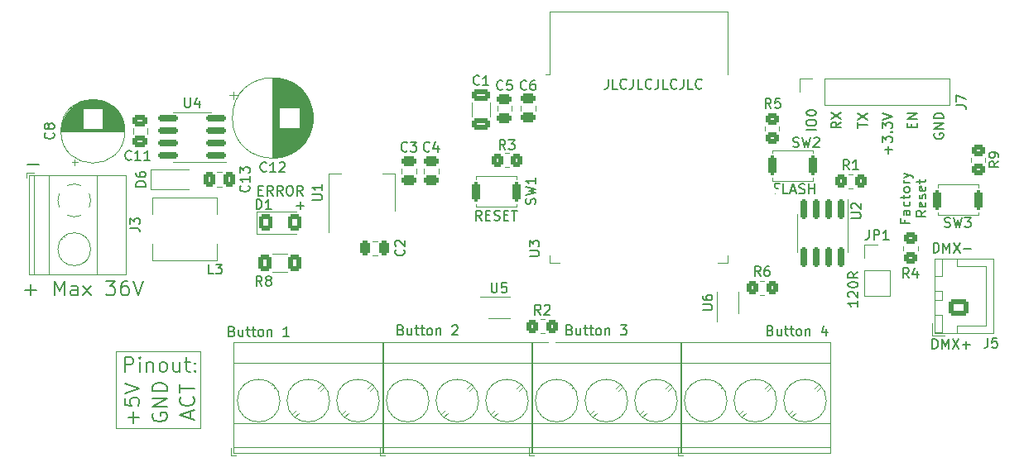
<source format=gbr>
%TF.GenerationSoftware,KiCad,Pcbnew,(6.0.8)*%
%TF.CreationDate,2022-10-05T23:26:50+02:00*%
%TF.ProjectId,DMX_ControllerBoard,444d585f-436f-46e7-9472-6f6c6c657242,rev?*%
%TF.SameCoordinates,Original*%
%TF.FileFunction,Legend,Top*%
%TF.FilePolarity,Positive*%
%FSLAX46Y46*%
G04 Gerber Fmt 4.6, Leading zero omitted, Abs format (unit mm)*
G04 Created by KiCad (PCBNEW (6.0.8)) date 2022-10-05 23:26:50*
%MOMM*%
%LPD*%
G01*
G04 APERTURE LIST*
G04 Aperture macros list*
%AMRoundRect*
0 Rectangle with rounded corners*
0 $1 Rounding radius*
0 $2 $3 $4 $5 $6 $7 $8 $9 X,Y pos of 4 corners*
0 Add a 4 corners polygon primitive as box body*
4,1,4,$2,$3,$4,$5,$6,$7,$8,$9,$2,$3,0*
0 Add four circle primitives for the rounded corners*
1,1,$1+$1,$2,$3*
1,1,$1+$1,$4,$5*
1,1,$1+$1,$6,$7*
1,1,$1+$1,$8,$9*
0 Add four rect primitives between the rounded corners*
20,1,$1+$1,$2,$3,$4,$5,0*
20,1,$1+$1,$4,$5,$6,$7,0*
20,1,$1+$1,$6,$7,$8,$9,0*
20,1,$1+$1,$8,$9,$2,$3,0*%
G04 Aperture macros list end*
%ADD10C,0.120000*%
%ADD11C,0.150000*%
%ADD12R,1.600000X1.600000*%
%ADD13C,1.600000*%
%ADD14RoundRect,0.250000X-0.337500X-0.475000X0.337500X-0.475000X0.337500X0.475000X-0.337500X0.475000X0*%
%ADD15R,0.900000X1.200000*%
%ADD16R,2.600000X2.600000*%
%ADD17C,2.600000*%
%ADD18RoundRect,0.250000X0.750000X-0.600000X0.750000X0.600000X-0.750000X0.600000X-0.750000X-0.600000X0*%
%ADD19O,2.000000X1.700000*%
%ADD20R,1.500000X2.400000*%
%ADD21RoundRect,0.249999X-0.350001X-0.450001X0.350001X-0.450001X0.350001X0.450001X-0.350001X0.450001X0*%
%ADD22RoundRect,0.200000X0.200000X0.800000X-0.200000X0.800000X-0.200000X-0.800000X0.200000X-0.800000X0*%
%ADD23RoundRect,0.150000X-0.150000X0.825000X-0.150000X-0.825000X0.150000X-0.825000X0.150000X0.825000X0*%
%ADD24RoundRect,0.150000X0.825000X0.150000X-0.825000X0.150000X-0.825000X-0.150000X0.825000X-0.150000X0*%
%ADD25RoundRect,0.250000X-0.650000X0.325000X-0.650000X-0.325000X0.650000X-0.325000X0.650000X0.325000X0*%
%ADD26RoundRect,0.250000X-0.475000X0.250000X-0.475000X-0.250000X0.475000X-0.250000X0.475000X0.250000X0*%
%ADD27R,1.500000X0.900000*%
%ADD28R,0.900000X1.500000*%
%ADD29C,0.475000*%
%ADD30R,4.200000X4.200000*%
%ADD31RoundRect,0.250000X-0.475000X0.337500X-0.475000X-0.337500X0.475000X-0.337500X0.475000X0.337500X0*%
%ADD32RoundRect,0.250000X-0.462500X-0.625000X0.462500X-0.625000X0.462500X0.625000X-0.462500X0.625000X0*%
%ADD33RoundRect,0.250000X0.400000X0.625000X-0.400000X0.625000X-0.400000X-0.625000X0.400000X-0.625000X0*%
%ADD34RoundRect,0.249999X-0.450001X0.350001X-0.450001X-0.350001X0.450001X-0.350001X0.450001X0.350001X0*%
%ADD35RoundRect,0.200000X-0.200000X-0.800000X0.200000X-0.800000X0.200000X0.800000X-0.200000X0.800000X0*%
%ADD36R,1.700000X1.700000*%
%ADD37O,1.700000X1.700000*%
%ADD38C,3.200000*%
%ADD39RoundRect,0.249999X0.450001X-0.350001X0.450001X0.350001X-0.450001X0.350001X-0.450001X-0.350001X0*%
%ADD40RoundRect,0.250000X0.250000X0.475000X-0.250000X0.475000X-0.250000X-0.475000X0.250000X-0.475000X0*%
%ADD41RoundRect,0.250000X-0.350000X-0.450000X0.350000X-0.450000X0.350000X0.450000X-0.350000X0.450000X0*%
%ADD42R,0.800000X0.300000*%
%ADD43R,1.500000X2.000000*%
%ADD44R,3.800000X2.000000*%
%ADD45R,0.300000X0.800000*%
%ADD46C,1.000000*%
%ADD47C,0.800000*%
G04 APERTURE END LIST*
D10*
X28511500Y-61912500D02*
X28511500Y-54038500D01*
X28511500Y-54038500D02*
X37147500Y-54038500D01*
X37147500Y-54038500D02*
X37147500Y-61912500D01*
X28765500Y-61912500D02*
X28511500Y-61912500D01*
X37147500Y-61912500D02*
X28765500Y-61912500D01*
D11*
X96257003Y-37319911D02*
X95923670Y-37319911D01*
X95923670Y-37843720D02*
X95923670Y-36843720D01*
X96399860Y-36843720D01*
X97257003Y-37843720D02*
X96780813Y-37843720D01*
X96780813Y-36843720D01*
X97542718Y-37558006D02*
X98018908Y-37558006D01*
X97447480Y-37843720D02*
X97780813Y-36843720D01*
X98114146Y-37843720D01*
X98399860Y-37796101D02*
X98542718Y-37843720D01*
X98780813Y-37843720D01*
X98876051Y-37796101D01*
X98923670Y-37748482D01*
X98971289Y-37653244D01*
X98971289Y-37558006D01*
X98923670Y-37462768D01*
X98876051Y-37415149D01*
X98780813Y-37367530D01*
X98590337Y-37319911D01*
X98495099Y-37272292D01*
X98447480Y-37224673D01*
X98399860Y-37129435D01*
X98399860Y-37034197D01*
X98447480Y-36938959D01*
X98495099Y-36891340D01*
X98590337Y-36843720D01*
X98828432Y-36843720D01*
X98971289Y-36891340D01*
X99399860Y-37843720D02*
X99399860Y-36843720D01*
X99399860Y-37319911D02*
X99971289Y-37319911D01*
X99971289Y-37843720D02*
X99971289Y-36843720D01*
X46990047Y-39060428D02*
X47751952Y-39060428D01*
X47371000Y-39441380D02*
X47371000Y-38679476D01*
X43100904Y-37520571D02*
X43434238Y-37520571D01*
X43577095Y-38044380D02*
X43100904Y-38044380D01*
X43100904Y-37044380D01*
X43577095Y-37044380D01*
X44577095Y-38044380D02*
X44243761Y-37568190D01*
X44005666Y-38044380D02*
X44005666Y-37044380D01*
X44386619Y-37044380D01*
X44481857Y-37092000D01*
X44529476Y-37139619D01*
X44577095Y-37234857D01*
X44577095Y-37377714D01*
X44529476Y-37472952D01*
X44481857Y-37520571D01*
X44386619Y-37568190D01*
X44005666Y-37568190D01*
X45577095Y-38044380D02*
X45243761Y-37568190D01*
X45005666Y-38044380D02*
X45005666Y-37044380D01*
X45386619Y-37044380D01*
X45481857Y-37092000D01*
X45529476Y-37139619D01*
X45577095Y-37234857D01*
X45577095Y-37377714D01*
X45529476Y-37472952D01*
X45481857Y-37520571D01*
X45386619Y-37568190D01*
X45005666Y-37568190D01*
X46196142Y-37044380D02*
X46386619Y-37044380D01*
X46481857Y-37092000D01*
X46577095Y-37187238D01*
X46624714Y-37377714D01*
X46624714Y-37711047D01*
X46577095Y-37901523D01*
X46481857Y-37996761D01*
X46386619Y-38044380D01*
X46196142Y-38044380D01*
X46100904Y-37996761D01*
X46005666Y-37901523D01*
X45958047Y-37711047D01*
X45958047Y-37377714D01*
X46005666Y-37187238D01*
X46100904Y-37092000D01*
X46196142Y-37044380D01*
X47624714Y-38044380D02*
X47291380Y-37568190D01*
X47053285Y-38044380D02*
X47053285Y-37044380D01*
X47434238Y-37044380D01*
X47529476Y-37092000D01*
X47577095Y-37139619D01*
X47624714Y-37234857D01*
X47624714Y-37377714D01*
X47577095Y-37472952D01*
X47529476Y-37520571D01*
X47434238Y-37568190D01*
X47053285Y-37568190D01*
X30333142Y-61364571D02*
X30333142Y-60221714D01*
X30904571Y-60793142D02*
X29761714Y-60793142D01*
X29404571Y-58793142D02*
X29404571Y-59507428D01*
X30118857Y-59578857D01*
X30047428Y-59507428D01*
X29976000Y-59364571D01*
X29976000Y-59007428D01*
X30047428Y-58864571D01*
X30118857Y-58793142D01*
X30261714Y-58721714D01*
X30618857Y-58721714D01*
X30761714Y-58793142D01*
X30833142Y-58864571D01*
X30904571Y-59007428D01*
X30904571Y-59364571D01*
X30833142Y-59507428D01*
X30761714Y-59578857D01*
X29404571Y-58293142D02*
X30904571Y-57793142D01*
X29404571Y-57293142D01*
X32308100Y-60362957D02*
X32236671Y-60505814D01*
X32236671Y-60720100D01*
X32308100Y-60934385D01*
X32450957Y-61077242D01*
X32593814Y-61148671D01*
X32879528Y-61220100D01*
X33093814Y-61220100D01*
X33379528Y-61148671D01*
X33522385Y-61077242D01*
X33665242Y-60934385D01*
X33736671Y-60720100D01*
X33736671Y-60577242D01*
X33665242Y-60362957D01*
X33593814Y-60291528D01*
X33093814Y-60291528D01*
X33093814Y-60577242D01*
X33736671Y-59648671D02*
X32236671Y-59648671D01*
X33736671Y-58791528D01*
X32236671Y-58791528D01*
X33736671Y-58077242D02*
X32236671Y-58077242D01*
X32236671Y-57720100D01*
X32308100Y-57505814D01*
X32450957Y-57362957D01*
X32593814Y-57291528D01*
X32879528Y-57220100D01*
X33093814Y-57220100D01*
X33379528Y-57291528D01*
X33522385Y-57362957D01*
X33665242Y-57505814D01*
X33736671Y-57720100D01*
X33736671Y-58077242D01*
X36127500Y-60898671D02*
X36127500Y-60184385D01*
X36556071Y-61041528D02*
X35056071Y-60541528D01*
X36556071Y-60041528D01*
X36413214Y-58684385D02*
X36484642Y-58755814D01*
X36556071Y-58970100D01*
X36556071Y-59112957D01*
X36484642Y-59327242D01*
X36341785Y-59470100D01*
X36198928Y-59541528D01*
X35913214Y-59612957D01*
X35698928Y-59612957D01*
X35413214Y-59541528D01*
X35270357Y-59470100D01*
X35127500Y-59327242D01*
X35056071Y-59112957D01*
X35056071Y-58970100D01*
X35127500Y-58755814D01*
X35198928Y-58684385D01*
X35056071Y-58255814D02*
X35056071Y-57398671D01*
X36556071Y-57827242D02*
X35056071Y-57827242D01*
X102687380Y-30519666D02*
X102211190Y-30853000D01*
X102687380Y-31091095D02*
X101687380Y-31091095D01*
X101687380Y-30710142D01*
X101735000Y-30614904D01*
X101782619Y-30567285D01*
X101877857Y-30519666D01*
X102020714Y-30519666D01*
X102115952Y-30567285D01*
X102163571Y-30614904D01*
X102211190Y-30710142D01*
X102211190Y-31091095D01*
X101687380Y-30186333D02*
X102687380Y-29519666D01*
X101687380Y-29519666D02*
X102687380Y-30186333D01*
X104354380Y-31114904D02*
X104354380Y-30543476D01*
X105354380Y-30829190D02*
X104354380Y-30829190D01*
X104354380Y-30305380D02*
X105354380Y-29638714D01*
X104354380Y-29638714D02*
X105354380Y-30305380D01*
X107513428Y-33750000D02*
X107513428Y-32988095D01*
X107894380Y-33369047D02*
X107132476Y-33369047D01*
X106894380Y-32607142D02*
X106894380Y-31988095D01*
X107275333Y-32321428D01*
X107275333Y-32178571D01*
X107322952Y-32083333D01*
X107370571Y-32035714D01*
X107465809Y-31988095D01*
X107703904Y-31988095D01*
X107799142Y-32035714D01*
X107846761Y-32083333D01*
X107894380Y-32178571D01*
X107894380Y-32464285D01*
X107846761Y-32559523D01*
X107799142Y-32607142D01*
X107799142Y-31559523D02*
X107846761Y-31511904D01*
X107894380Y-31559523D01*
X107846761Y-31607142D01*
X107799142Y-31559523D01*
X107894380Y-31559523D01*
X106894380Y-31178571D02*
X106894380Y-30559523D01*
X107275333Y-30892857D01*
X107275333Y-30750000D01*
X107322952Y-30654761D01*
X107370571Y-30607142D01*
X107465809Y-30559523D01*
X107703904Y-30559523D01*
X107799142Y-30607142D01*
X107846761Y-30654761D01*
X107894380Y-30750000D01*
X107894380Y-31035714D01*
X107846761Y-31130952D01*
X107799142Y-31178571D01*
X106894380Y-30273809D02*
X107894380Y-29940476D01*
X106894380Y-29607142D01*
X112212500Y-31686404D02*
X112164880Y-31781642D01*
X112164880Y-31924500D01*
X112212500Y-32067357D01*
X112307738Y-32162595D01*
X112402976Y-32210214D01*
X112593452Y-32257833D01*
X112736309Y-32257833D01*
X112926785Y-32210214D01*
X113022023Y-32162595D01*
X113117261Y-32067357D01*
X113164880Y-31924500D01*
X113164880Y-31829261D01*
X113117261Y-31686404D01*
X113069642Y-31638785D01*
X112736309Y-31638785D01*
X112736309Y-31829261D01*
X113164880Y-31210214D02*
X112164880Y-31210214D01*
X113164880Y-30638785D01*
X112164880Y-30638785D01*
X113164880Y-30162595D02*
X112164880Y-30162595D01*
X112164880Y-29924500D01*
X112212500Y-29781642D01*
X112307738Y-29686404D01*
X112402976Y-29638785D01*
X112593452Y-29591166D01*
X112736309Y-29591166D01*
X112926785Y-29638785D01*
X113022023Y-29686404D01*
X113117261Y-29781642D01*
X113164880Y-29924500D01*
X113164880Y-30162595D01*
X109219871Y-40520666D02*
X109219871Y-40854000D01*
X109743680Y-40854000D02*
X108743680Y-40854000D01*
X108743680Y-40377809D01*
X109743680Y-39568285D02*
X109219871Y-39568285D01*
X109124633Y-39615904D01*
X109077014Y-39711142D01*
X109077014Y-39901619D01*
X109124633Y-39996857D01*
X109696061Y-39568285D02*
X109743680Y-39663523D01*
X109743680Y-39901619D01*
X109696061Y-39996857D01*
X109600823Y-40044476D01*
X109505585Y-40044476D01*
X109410347Y-39996857D01*
X109362728Y-39901619D01*
X109362728Y-39663523D01*
X109315109Y-39568285D01*
X109696061Y-38663523D02*
X109743680Y-38758761D01*
X109743680Y-38949238D01*
X109696061Y-39044476D01*
X109648442Y-39092095D01*
X109553204Y-39139714D01*
X109267490Y-39139714D01*
X109172252Y-39092095D01*
X109124633Y-39044476D01*
X109077014Y-38949238D01*
X109077014Y-38758761D01*
X109124633Y-38663523D01*
X109077014Y-38377809D02*
X109077014Y-37996857D01*
X108743680Y-38234952D02*
X109600823Y-38234952D01*
X109696061Y-38187333D01*
X109743680Y-38092095D01*
X109743680Y-37996857D01*
X109743680Y-37520666D02*
X109696061Y-37615904D01*
X109648442Y-37663523D01*
X109553204Y-37711142D01*
X109267490Y-37711142D01*
X109172252Y-37663523D01*
X109124633Y-37615904D01*
X109077014Y-37520666D01*
X109077014Y-37377809D01*
X109124633Y-37282571D01*
X109172252Y-37234952D01*
X109267490Y-37187333D01*
X109553204Y-37187333D01*
X109648442Y-37234952D01*
X109696061Y-37282571D01*
X109743680Y-37377809D01*
X109743680Y-37520666D01*
X109743680Y-36758761D02*
X109077014Y-36758761D01*
X109267490Y-36758761D02*
X109172252Y-36711142D01*
X109124633Y-36663523D01*
X109077014Y-36568285D01*
X109077014Y-36473047D01*
X109077014Y-36234952D02*
X109743680Y-35996857D01*
X109077014Y-35758761D02*
X109743680Y-35996857D01*
X109981776Y-36092095D01*
X110029395Y-36139714D01*
X110077014Y-36234952D01*
X111353680Y-39592095D02*
X110877490Y-39925428D01*
X111353680Y-40163523D02*
X110353680Y-40163523D01*
X110353680Y-39782571D01*
X110401300Y-39687333D01*
X110448919Y-39639714D01*
X110544157Y-39592095D01*
X110687014Y-39592095D01*
X110782252Y-39639714D01*
X110829871Y-39687333D01*
X110877490Y-39782571D01*
X110877490Y-40163523D01*
X111306061Y-38782571D02*
X111353680Y-38877809D01*
X111353680Y-39068285D01*
X111306061Y-39163523D01*
X111210823Y-39211142D01*
X110829871Y-39211142D01*
X110734633Y-39163523D01*
X110687014Y-39068285D01*
X110687014Y-38877809D01*
X110734633Y-38782571D01*
X110829871Y-38734952D01*
X110925109Y-38734952D01*
X111020347Y-39211142D01*
X111306061Y-38354000D02*
X111353680Y-38258761D01*
X111353680Y-38068285D01*
X111306061Y-37973047D01*
X111210823Y-37925428D01*
X111163204Y-37925428D01*
X111067966Y-37973047D01*
X111020347Y-38068285D01*
X111020347Y-38211142D01*
X110972728Y-38306380D01*
X110877490Y-38354000D01*
X110829871Y-38354000D01*
X110734633Y-38306380D01*
X110687014Y-38211142D01*
X110687014Y-38068285D01*
X110734633Y-37973047D01*
X111306061Y-37115904D02*
X111353680Y-37211142D01*
X111353680Y-37401619D01*
X111306061Y-37496857D01*
X111210823Y-37544476D01*
X110829871Y-37544476D01*
X110734633Y-37496857D01*
X110687014Y-37401619D01*
X110687014Y-37211142D01*
X110734633Y-37115904D01*
X110829871Y-37068285D01*
X110925109Y-37068285D01*
X111020347Y-37544476D01*
X110687014Y-36782571D02*
X110687014Y-36401619D01*
X110353680Y-36639714D02*
X111210823Y-36639714D01*
X111306061Y-36592095D01*
X111353680Y-36496857D01*
X111353680Y-36401619D01*
X40402214Y-51935071D02*
X40545071Y-51982690D01*
X40592690Y-52030309D01*
X40640309Y-52125547D01*
X40640309Y-52268404D01*
X40592690Y-52363642D01*
X40545071Y-52411261D01*
X40449833Y-52458880D01*
X40068880Y-52458880D01*
X40068880Y-51458880D01*
X40402214Y-51458880D01*
X40497452Y-51506500D01*
X40545071Y-51554119D01*
X40592690Y-51649357D01*
X40592690Y-51744595D01*
X40545071Y-51839833D01*
X40497452Y-51887452D01*
X40402214Y-51935071D01*
X40068880Y-51935071D01*
X41497452Y-51792214D02*
X41497452Y-52458880D01*
X41068880Y-51792214D02*
X41068880Y-52316023D01*
X41116500Y-52411261D01*
X41211738Y-52458880D01*
X41354595Y-52458880D01*
X41449833Y-52411261D01*
X41497452Y-52363642D01*
X41830785Y-51792214D02*
X42211738Y-51792214D01*
X41973642Y-51458880D02*
X41973642Y-52316023D01*
X42021261Y-52411261D01*
X42116500Y-52458880D01*
X42211738Y-52458880D01*
X42402214Y-51792214D02*
X42783166Y-51792214D01*
X42545071Y-51458880D02*
X42545071Y-52316023D01*
X42592690Y-52411261D01*
X42687928Y-52458880D01*
X42783166Y-52458880D01*
X43259357Y-52458880D02*
X43164119Y-52411261D01*
X43116500Y-52363642D01*
X43068880Y-52268404D01*
X43068880Y-51982690D01*
X43116500Y-51887452D01*
X43164119Y-51839833D01*
X43259357Y-51792214D01*
X43402214Y-51792214D01*
X43497452Y-51839833D01*
X43545071Y-51887452D01*
X43592690Y-51982690D01*
X43592690Y-52268404D01*
X43545071Y-52363642D01*
X43497452Y-52411261D01*
X43402214Y-52458880D01*
X43259357Y-52458880D01*
X44021261Y-51792214D02*
X44021261Y-52458880D01*
X44021261Y-51887452D02*
X44068880Y-51839833D01*
X44164119Y-51792214D01*
X44306976Y-51792214D01*
X44402214Y-51839833D01*
X44449833Y-51935071D01*
X44449833Y-52458880D01*
X46211738Y-52458880D02*
X45640309Y-52458880D01*
X45926023Y-52458880D02*
X45926023Y-51458880D01*
X45830785Y-51601738D01*
X45735547Y-51696976D01*
X45640309Y-51744595D01*
X57674214Y-51808071D02*
X57817071Y-51855690D01*
X57864690Y-51903309D01*
X57912309Y-51998547D01*
X57912309Y-52141404D01*
X57864690Y-52236642D01*
X57817071Y-52284261D01*
X57721833Y-52331880D01*
X57340880Y-52331880D01*
X57340880Y-51331880D01*
X57674214Y-51331880D01*
X57769452Y-51379500D01*
X57817071Y-51427119D01*
X57864690Y-51522357D01*
X57864690Y-51617595D01*
X57817071Y-51712833D01*
X57769452Y-51760452D01*
X57674214Y-51808071D01*
X57340880Y-51808071D01*
X58769452Y-51665214D02*
X58769452Y-52331880D01*
X58340880Y-51665214D02*
X58340880Y-52189023D01*
X58388500Y-52284261D01*
X58483738Y-52331880D01*
X58626595Y-52331880D01*
X58721833Y-52284261D01*
X58769452Y-52236642D01*
X59102785Y-51665214D02*
X59483738Y-51665214D01*
X59245642Y-51331880D02*
X59245642Y-52189023D01*
X59293261Y-52284261D01*
X59388500Y-52331880D01*
X59483738Y-52331880D01*
X59674214Y-51665214D02*
X60055166Y-51665214D01*
X59817071Y-51331880D02*
X59817071Y-52189023D01*
X59864690Y-52284261D01*
X59959928Y-52331880D01*
X60055166Y-52331880D01*
X60531357Y-52331880D02*
X60436119Y-52284261D01*
X60388500Y-52236642D01*
X60340880Y-52141404D01*
X60340880Y-51855690D01*
X60388500Y-51760452D01*
X60436119Y-51712833D01*
X60531357Y-51665214D01*
X60674214Y-51665214D01*
X60769452Y-51712833D01*
X60817071Y-51760452D01*
X60864690Y-51855690D01*
X60864690Y-52141404D01*
X60817071Y-52236642D01*
X60769452Y-52284261D01*
X60674214Y-52331880D01*
X60531357Y-52331880D01*
X61293261Y-51665214D02*
X61293261Y-52331880D01*
X61293261Y-51760452D02*
X61340880Y-51712833D01*
X61436119Y-51665214D01*
X61578976Y-51665214D01*
X61674214Y-51712833D01*
X61721833Y-51808071D01*
X61721833Y-52331880D01*
X62912309Y-51427119D02*
X62959928Y-51379500D01*
X63055166Y-51331880D01*
X63293261Y-51331880D01*
X63388500Y-51379500D01*
X63436119Y-51427119D01*
X63483738Y-51522357D01*
X63483738Y-51617595D01*
X63436119Y-51760452D01*
X62864690Y-52331880D01*
X63483738Y-52331880D01*
X74946214Y-51808071D02*
X75089071Y-51855690D01*
X75136690Y-51903309D01*
X75184309Y-51998547D01*
X75184309Y-52141404D01*
X75136690Y-52236642D01*
X75089071Y-52284261D01*
X74993833Y-52331880D01*
X74612880Y-52331880D01*
X74612880Y-51331880D01*
X74946214Y-51331880D01*
X75041452Y-51379500D01*
X75089071Y-51427119D01*
X75136690Y-51522357D01*
X75136690Y-51617595D01*
X75089071Y-51712833D01*
X75041452Y-51760452D01*
X74946214Y-51808071D01*
X74612880Y-51808071D01*
X76041452Y-51665214D02*
X76041452Y-52331880D01*
X75612880Y-51665214D02*
X75612880Y-52189023D01*
X75660500Y-52284261D01*
X75755738Y-52331880D01*
X75898595Y-52331880D01*
X75993833Y-52284261D01*
X76041452Y-52236642D01*
X76374785Y-51665214D02*
X76755738Y-51665214D01*
X76517642Y-51331880D02*
X76517642Y-52189023D01*
X76565261Y-52284261D01*
X76660500Y-52331880D01*
X76755738Y-52331880D01*
X76946214Y-51665214D02*
X77327166Y-51665214D01*
X77089071Y-51331880D02*
X77089071Y-52189023D01*
X77136690Y-52284261D01*
X77231928Y-52331880D01*
X77327166Y-52331880D01*
X77803357Y-52331880D02*
X77708119Y-52284261D01*
X77660500Y-52236642D01*
X77612880Y-52141404D01*
X77612880Y-51855690D01*
X77660500Y-51760452D01*
X77708119Y-51712833D01*
X77803357Y-51665214D01*
X77946214Y-51665214D01*
X78041452Y-51712833D01*
X78089071Y-51760452D01*
X78136690Y-51855690D01*
X78136690Y-52141404D01*
X78089071Y-52236642D01*
X78041452Y-52284261D01*
X77946214Y-52331880D01*
X77803357Y-52331880D01*
X78565261Y-51665214D02*
X78565261Y-52331880D01*
X78565261Y-51760452D02*
X78612880Y-51712833D01*
X78708119Y-51665214D01*
X78850976Y-51665214D01*
X78946214Y-51712833D01*
X78993833Y-51808071D01*
X78993833Y-52331880D01*
X80136690Y-51331880D02*
X80755738Y-51331880D01*
X80422404Y-51712833D01*
X80565261Y-51712833D01*
X80660500Y-51760452D01*
X80708119Y-51808071D01*
X80755738Y-51903309D01*
X80755738Y-52141404D01*
X80708119Y-52236642D01*
X80660500Y-52284261D01*
X80565261Y-52331880D01*
X80279547Y-52331880D01*
X80184309Y-52284261D01*
X80136690Y-52236642D01*
X29461271Y-56088671D02*
X29461271Y-54588671D01*
X30032700Y-54588671D01*
X30175557Y-54660100D01*
X30246985Y-54731528D01*
X30318414Y-54874385D01*
X30318414Y-55088671D01*
X30246985Y-55231528D01*
X30175557Y-55302957D01*
X30032700Y-55374385D01*
X29461271Y-55374385D01*
X30961271Y-56088671D02*
X30961271Y-55088671D01*
X30961271Y-54588671D02*
X30889842Y-54660100D01*
X30961271Y-54731528D01*
X31032700Y-54660100D01*
X30961271Y-54588671D01*
X30961271Y-54731528D01*
X31675557Y-55088671D02*
X31675557Y-56088671D01*
X31675557Y-55231528D02*
X31746985Y-55160100D01*
X31889842Y-55088671D01*
X32104128Y-55088671D01*
X32246985Y-55160100D01*
X32318414Y-55302957D01*
X32318414Y-56088671D01*
X33246985Y-56088671D02*
X33104128Y-56017242D01*
X33032700Y-55945814D01*
X32961271Y-55802957D01*
X32961271Y-55374385D01*
X33032700Y-55231528D01*
X33104128Y-55160100D01*
X33246985Y-55088671D01*
X33461271Y-55088671D01*
X33604128Y-55160100D01*
X33675557Y-55231528D01*
X33746985Y-55374385D01*
X33746985Y-55802957D01*
X33675557Y-55945814D01*
X33604128Y-56017242D01*
X33461271Y-56088671D01*
X33246985Y-56088671D01*
X35032700Y-55088671D02*
X35032700Y-56088671D01*
X34389842Y-55088671D02*
X34389842Y-55874385D01*
X34461271Y-56017242D01*
X34604128Y-56088671D01*
X34818414Y-56088671D01*
X34961271Y-56017242D01*
X35032700Y-55945814D01*
X35532700Y-55088671D02*
X36104128Y-55088671D01*
X35746985Y-54588671D02*
X35746985Y-55874385D01*
X35818414Y-56017242D01*
X35961271Y-56088671D01*
X36104128Y-56088671D01*
X36604128Y-55945814D02*
X36675557Y-56017242D01*
X36604128Y-56088671D01*
X36532700Y-56017242D01*
X36604128Y-55945814D01*
X36604128Y-56088671D01*
X36604128Y-55160100D02*
X36675557Y-55231528D01*
X36604128Y-55302957D01*
X36532700Y-55231528D01*
X36604128Y-55160100D01*
X36604128Y-55302957D01*
X19230128Y-47706742D02*
X20372985Y-47706742D01*
X19801557Y-48278171D02*
X19801557Y-47135314D01*
X22230128Y-48278171D02*
X22230128Y-46778171D01*
X22730128Y-47849600D01*
X23230128Y-46778171D01*
X23230128Y-48278171D01*
X24587271Y-48278171D02*
X24587271Y-47492457D01*
X24515842Y-47349600D01*
X24372985Y-47278171D01*
X24087271Y-47278171D01*
X23944414Y-47349600D01*
X24587271Y-48206742D02*
X24444414Y-48278171D01*
X24087271Y-48278171D01*
X23944414Y-48206742D01*
X23872985Y-48063885D01*
X23872985Y-47921028D01*
X23944414Y-47778171D01*
X24087271Y-47706742D01*
X24444414Y-47706742D01*
X24587271Y-47635314D01*
X25158700Y-48278171D02*
X25944414Y-47278171D01*
X25158700Y-47278171D02*
X25944414Y-48278171D01*
X27515842Y-46778171D02*
X28444414Y-46778171D01*
X27944414Y-47349600D01*
X28158700Y-47349600D01*
X28301557Y-47421028D01*
X28372985Y-47492457D01*
X28444414Y-47635314D01*
X28444414Y-47992457D01*
X28372985Y-48135314D01*
X28301557Y-48206742D01*
X28158700Y-48278171D01*
X27730128Y-48278171D01*
X27587271Y-48206742D01*
X27515842Y-48135314D01*
X29730128Y-46778171D02*
X29444414Y-46778171D01*
X29301557Y-46849600D01*
X29230128Y-46921028D01*
X29087271Y-47135314D01*
X29015842Y-47421028D01*
X29015842Y-47992457D01*
X29087271Y-48135314D01*
X29158700Y-48206742D01*
X29301557Y-48278171D01*
X29587271Y-48278171D01*
X29730128Y-48206742D01*
X29801557Y-48135314D01*
X29872985Y-47992457D01*
X29872985Y-47635314D01*
X29801557Y-47492457D01*
X29730128Y-47421028D01*
X29587271Y-47349600D01*
X29301557Y-47349600D01*
X29158700Y-47421028D01*
X29087271Y-47492457D01*
X29015842Y-47635314D01*
X30301557Y-46778171D02*
X30801557Y-48278171D01*
X31301557Y-46778171D01*
X19456471Y-34854342D02*
X20599328Y-34854342D01*
X112130128Y-43886380D02*
X112130128Y-42886380D01*
X112368223Y-42886380D01*
X112511080Y-42934000D01*
X112606319Y-43029238D01*
X112653938Y-43124476D01*
X112701557Y-43314952D01*
X112701557Y-43457809D01*
X112653938Y-43648285D01*
X112606319Y-43743523D01*
X112511080Y-43838761D01*
X112368223Y-43886380D01*
X112130128Y-43886380D01*
X113130128Y-43886380D02*
X113130128Y-42886380D01*
X113463461Y-43600666D01*
X113796795Y-42886380D01*
X113796795Y-43886380D01*
X114177747Y-42886380D02*
X114844414Y-43886380D01*
X114844414Y-42886380D02*
X114177747Y-43886380D01*
X115225366Y-43505428D02*
X115987271Y-43505428D01*
X112028528Y-53741580D02*
X112028528Y-52741580D01*
X112266623Y-52741580D01*
X112409480Y-52789200D01*
X112504719Y-52884438D01*
X112552338Y-52979676D01*
X112599957Y-53170152D01*
X112599957Y-53313009D01*
X112552338Y-53503485D01*
X112504719Y-53598723D01*
X112409480Y-53693961D01*
X112266623Y-53741580D01*
X112028528Y-53741580D01*
X113028528Y-53741580D02*
X113028528Y-52741580D01*
X113361861Y-53455866D01*
X113695195Y-52741580D01*
X113695195Y-53741580D01*
X114076147Y-52741580D02*
X114742814Y-53741580D01*
X114742814Y-52741580D02*
X114076147Y-53741580D01*
X115123766Y-53360628D02*
X115885671Y-53360628D01*
X115504719Y-53741580D02*
X115504719Y-52979676D01*
X104401880Y-48817066D02*
X104401880Y-49388495D01*
X104401880Y-49102780D02*
X103401880Y-49102780D01*
X103544738Y-49198019D01*
X103639976Y-49293257D01*
X103687595Y-49388495D01*
X103497119Y-48436114D02*
X103449500Y-48388495D01*
X103401880Y-48293257D01*
X103401880Y-48055161D01*
X103449500Y-47959923D01*
X103497119Y-47912304D01*
X103592357Y-47864685D01*
X103687595Y-47864685D01*
X103830452Y-47912304D01*
X104401880Y-48483733D01*
X104401880Y-47864685D01*
X103401880Y-47245638D02*
X103401880Y-47150400D01*
X103449500Y-47055161D01*
X103497119Y-47007542D01*
X103592357Y-46959923D01*
X103782833Y-46912304D01*
X104020928Y-46912304D01*
X104211404Y-46959923D01*
X104306642Y-47007542D01*
X104354261Y-47055161D01*
X104401880Y-47150400D01*
X104401880Y-47245638D01*
X104354261Y-47340876D01*
X104306642Y-47388495D01*
X104211404Y-47436114D01*
X104020928Y-47483733D01*
X103782833Y-47483733D01*
X103592357Y-47436114D01*
X103497119Y-47388495D01*
X103449500Y-47340876D01*
X103401880Y-47245638D01*
X104401880Y-45912304D02*
X103925690Y-46245638D01*
X104401880Y-46483733D02*
X103401880Y-46483733D01*
X103401880Y-46102780D01*
X103449500Y-46007542D01*
X103497119Y-45959923D01*
X103592357Y-45912304D01*
X103735214Y-45912304D01*
X103830452Y-45959923D01*
X103878071Y-46007542D01*
X103925690Y-46102780D01*
X103925690Y-46483733D01*
X78858052Y-26122380D02*
X78858052Y-26836666D01*
X78810433Y-26979523D01*
X78715195Y-27074761D01*
X78572338Y-27122380D01*
X78477100Y-27122380D01*
X79810433Y-27122380D02*
X79334242Y-27122380D01*
X79334242Y-26122380D01*
X80715195Y-27027142D02*
X80667576Y-27074761D01*
X80524719Y-27122380D01*
X80429480Y-27122380D01*
X80286623Y-27074761D01*
X80191385Y-26979523D01*
X80143766Y-26884285D01*
X80096147Y-26693809D01*
X80096147Y-26550952D01*
X80143766Y-26360476D01*
X80191385Y-26265238D01*
X80286623Y-26170000D01*
X80429480Y-26122380D01*
X80524719Y-26122380D01*
X80667576Y-26170000D01*
X80715195Y-26217619D01*
X81429480Y-26122380D02*
X81429480Y-26836666D01*
X81381861Y-26979523D01*
X81286623Y-27074761D01*
X81143766Y-27122380D01*
X81048528Y-27122380D01*
X82381861Y-27122380D02*
X81905671Y-27122380D01*
X81905671Y-26122380D01*
X83286623Y-27027142D02*
X83239004Y-27074761D01*
X83096147Y-27122380D01*
X83000909Y-27122380D01*
X82858052Y-27074761D01*
X82762814Y-26979523D01*
X82715195Y-26884285D01*
X82667576Y-26693809D01*
X82667576Y-26550952D01*
X82715195Y-26360476D01*
X82762814Y-26265238D01*
X82858052Y-26170000D01*
X83000909Y-26122380D01*
X83096147Y-26122380D01*
X83239004Y-26170000D01*
X83286623Y-26217619D01*
X84000909Y-26122380D02*
X84000909Y-26836666D01*
X83953290Y-26979523D01*
X83858052Y-27074761D01*
X83715195Y-27122380D01*
X83619957Y-27122380D01*
X84953290Y-27122380D02*
X84477100Y-27122380D01*
X84477100Y-26122380D01*
X85858052Y-27027142D02*
X85810433Y-27074761D01*
X85667576Y-27122380D01*
X85572338Y-27122380D01*
X85429480Y-27074761D01*
X85334242Y-26979523D01*
X85286623Y-26884285D01*
X85239004Y-26693809D01*
X85239004Y-26550952D01*
X85286623Y-26360476D01*
X85334242Y-26265238D01*
X85429480Y-26170000D01*
X85572338Y-26122380D01*
X85667576Y-26122380D01*
X85810433Y-26170000D01*
X85858052Y-26217619D01*
X86572338Y-26122380D02*
X86572338Y-26836666D01*
X86524719Y-26979523D01*
X86429480Y-27074761D01*
X86286623Y-27122380D01*
X86191385Y-27122380D01*
X87524719Y-27122380D02*
X87048528Y-27122380D01*
X87048528Y-26122380D01*
X88429480Y-27027142D02*
X88381861Y-27074761D01*
X88239004Y-27122380D01*
X88143766Y-27122380D01*
X88000909Y-27074761D01*
X87905671Y-26979523D01*
X87858052Y-26884285D01*
X87810433Y-26693809D01*
X87810433Y-26550952D01*
X87858052Y-26360476D01*
X87905671Y-26265238D01*
X88000909Y-26170000D01*
X88143766Y-26122380D01*
X88239004Y-26122380D01*
X88381861Y-26170000D01*
X88429480Y-26217619D01*
X100147380Y-31353000D02*
X99147380Y-31353000D01*
X99147380Y-30686333D02*
X99147380Y-30495857D01*
X99195000Y-30400619D01*
X99290238Y-30305380D01*
X99480714Y-30257761D01*
X99814047Y-30257761D01*
X100004523Y-30305380D01*
X100099761Y-30400619D01*
X100147380Y-30495857D01*
X100147380Y-30686333D01*
X100099761Y-30781571D01*
X100004523Y-30876809D01*
X99814047Y-30924428D01*
X99480714Y-30924428D01*
X99290238Y-30876809D01*
X99195000Y-30781571D01*
X99147380Y-30686333D01*
X99147380Y-29638714D02*
X99147380Y-29543476D01*
X99195000Y-29448238D01*
X99242619Y-29400619D01*
X99337857Y-29353000D01*
X99528333Y-29305380D01*
X99766428Y-29305380D01*
X99956904Y-29353000D01*
X100052142Y-29400619D01*
X100099761Y-29448238D01*
X100147380Y-29543476D01*
X100147380Y-29638714D01*
X100099761Y-29733952D01*
X100052142Y-29781571D01*
X99956904Y-29829190D01*
X99766428Y-29876809D01*
X99528333Y-29876809D01*
X99337857Y-29829190D01*
X99242619Y-29781571D01*
X99195000Y-29733952D01*
X99147380Y-29638714D01*
X65921119Y-40584380D02*
X65587785Y-40108190D01*
X65349690Y-40584380D02*
X65349690Y-39584380D01*
X65730642Y-39584380D01*
X65825880Y-39632000D01*
X65873500Y-39679619D01*
X65921119Y-39774857D01*
X65921119Y-39917714D01*
X65873500Y-40012952D01*
X65825880Y-40060571D01*
X65730642Y-40108190D01*
X65349690Y-40108190D01*
X66349690Y-40060571D02*
X66683023Y-40060571D01*
X66825880Y-40584380D02*
X66349690Y-40584380D01*
X66349690Y-39584380D01*
X66825880Y-39584380D01*
X67206833Y-40536761D02*
X67349690Y-40584380D01*
X67587785Y-40584380D01*
X67683023Y-40536761D01*
X67730642Y-40489142D01*
X67778261Y-40393904D01*
X67778261Y-40298666D01*
X67730642Y-40203428D01*
X67683023Y-40155809D01*
X67587785Y-40108190D01*
X67397309Y-40060571D01*
X67302071Y-40012952D01*
X67254452Y-39965333D01*
X67206833Y-39870095D01*
X67206833Y-39774857D01*
X67254452Y-39679619D01*
X67302071Y-39632000D01*
X67397309Y-39584380D01*
X67635404Y-39584380D01*
X67778261Y-39632000D01*
X68206833Y-40060571D02*
X68540166Y-40060571D01*
X68683023Y-40584380D02*
X68206833Y-40584380D01*
X68206833Y-39584380D01*
X68683023Y-39584380D01*
X68968738Y-39584380D02*
X69540166Y-39584380D01*
X69254452Y-40584380D02*
X69254452Y-39584380D01*
X109910571Y-31091095D02*
X109910571Y-30757761D01*
X110434380Y-30614904D02*
X110434380Y-31091095D01*
X109434380Y-31091095D01*
X109434380Y-30614904D01*
X110434380Y-30186333D02*
X109434380Y-30186333D01*
X110434380Y-29614904D01*
X109434380Y-29614904D01*
X95456714Y-51871571D02*
X95599571Y-51919190D01*
X95647190Y-51966809D01*
X95694809Y-52062047D01*
X95694809Y-52204904D01*
X95647190Y-52300142D01*
X95599571Y-52347761D01*
X95504333Y-52395380D01*
X95123380Y-52395380D01*
X95123380Y-51395380D01*
X95456714Y-51395380D01*
X95551952Y-51443000D01*
X95599571Y-51490619D01*
X95647190Y-51585857D01*
X95647190Y-51681095D01*
X95599571Y-51776333D01*
X95551952Y-51823952D01*
X95456714Y-51871571D01*
X95123380Y-51871571D01*
X96551952Y-51728714D02*
X96551952Y-52395380D01*
X96123380Y-51728714D02*
X96123380Y-52252523D01*
X96171000Y-52347761D01*
X96266238Y-52395380D01*
X96409095Y-52395380D01*
X96504333Y-52347761D01*
X96551952Y-52300142D01*
X96885285Y-51728714D02*
X97266238Y-51728714D01*
X97028142Y-51395380D02*
X97028142Y-52252523D01*
X97075761Y-52347761D01*
X97171000Y-52395380D01*
X97266238Y-52395380D01*
X97456714Y-51728714D02*
X97837666Y-51728714D01*
X97599571Y-51395380D02*
X97599571Y-52252523D01*
X97647190Y-52347761D01*
X97742428Y-52395380D01*
X97837666Y-52395380D01*
X98313857Y-52395380D02*
X98218619Y-52347761D01*
X98171000Y-52300142D01*
X98123380Y-52204904D01*
X98123380Y-51919190D01*
X98171000Y-51823952D01*
X98218619Y-51776333D01*
X98313857Y-51728714D01*
X98456714Y-51728714D01*
X98551952Y-51776333D01*
X98599571Y-51823952D01*
X98647190Y-51919190D01*
X98647190Y-52204904D01*
X98599571Y-52300142D01*
X98551952Y-52347761D01*
X98456714Y-52395380D01*
X98313857Y-52395380D01*
X99075761Y-51728714D02*
X99075761Y-52395380D01*
X99075761Y-51823952D02*
X99123380Y-51776333D01*
X99218619Y-51728714D01*
X99361476Y-51728714D01*
X99456714Y-51776333D01*
X99504333Y-51871571D01*
X99504333Y-52395380D01*
X101171000Y-51728714D02*
X101171000Y-52395380D01*
X100932904Y-51347761D02*
X100694809Y-52062047D01*
X101313857Y-52062047D01*
%TO.C,C8*%
X22119142Y-31619166D02*
X22166761Y-31666785D01*
X22214380Y-31809642D01*
X22214380Y-31904880D01*
X22166761Y-32047738D01*
X22071523Y-32142976D01*
X21976285Y-32190595D01*
X21785809Y-32238214D01*
X21642952Y-32238214D01*
X21452476Y-32190595D01*
X21357238Y-32142976D01*
X21262000Y-32047738D01*
X21214380Y-31904880D01*
X21214380Y-31809642D01*
X21262000Y-31666785D01*
X21309619Y-31619166D01*
X21642952Y-31047738D02*
X21595333Y-31142976D01*
X21547714Y-31190595D01*
X21452476Y-31238214D01*
X21404857Y-31238214D01*
X21309619Y-31190595D01*
X21262000Y-31142976D01*
X21214380Y-31047738D01*
X21214380Y-30857261D01*
X21262000Y-30762023D01*
X21309619Y-30714404D01*
X21404857Y-30666785D01*
X21452476Y-30666785D01*
X21547714Y-30714404D01*
X21595333Y-30762023D01*
X21642952Y-30857261D01*
X21642952Y-31047738D01*
X21690571Y-31142976D01*
X21738190Y-31190595D01*
X21833428Y-31238214D01*
X22023904Y-31238214D01*
X22119142Y-31190595D01*
X22166761Y-31142976D01*
X22214380Y-31047738D01*
X22214380Y-30857261D01*
X22166761Y-30762023D01*
X22119142Y-30714404D01*
X22023904Y-30666785D01*
X21833428Y-30666785D01*
X21738190Y-30714404D01*
X21690571Y-30762023D01*
X21642952Y-30857261D01*
%TO.C,C12*%
X43906142Y-35536142D02*
X43858523Y-35583761D01*
X43715666Y-35631380D01*
X43620428Y-35631380D01*
X43477571Y-35583761D01*
X43382333Y-35488523D01*
X43334714Y-35393285D01*
X43287095Y-35202809D01*
X43287095Y-35059952D01*
X43334714Y-34869476D01*
X43382333Y-34774238D01*
X43477571Y-34679000D01*
X43620428Y-34631380D01*
X43715666Y-34631380D01*
X43858523Y-34679000D01*
X43906142Y-34726619D01*
X44858523Y-35631380D02*
X44287095Y-35631380D01*
X44572809Y-35631380D02*
X44572809Y-34631380D01*
X44477571Y-34774238D01*
X44382333Y-34869476D01*
X44287095Y-34917095D01*
X45239476Y-34726619D02*
X45287095Y-34679000D01*
X45382333Y-34631380D01*
X45620428Y-34631380D01*
X45715666Y-34679000D01*
X45763285Y-34726619D01*
X45810904Y-34821857D01*
X45810904Y-34917095D01*
X45763285Y-35059952D01*
X45191857Y-35631380D01*
X45810904Y-35631380D01*
%TO.C,C13*%
X42102042Y-37041057D02*
X42149661Y-37088676D01*
X42197280Y-37231533D01*
X42197280Y-37326771D01*
X42149661Y-37469628D01*
X42054423Y-37564866D01*
X41959185Y-37612485D01*
X41768709Y-37660104D01*
X41625852Y-37660104D01*
X41435376Y-37612485D01*
X41340138Y-37564866D01*
X41244900Y-37469628D01*
X41197280Y-37326771D01*
X41197280Y-37231533D01*
X41244900Y-37088676D01*
X41292519Y-37041057D01*
X42197280Y-36088676D02*
X42197280Y-36660104D01*
X42197280Y-36374390D02*
X41197280Y-36374390D01*
X41340138Y-36469628D01*
X41435376Y-36564866D01*
X41482995Y-36660104D01*
X41197280Y-35755342D02*
X41197280Y-35136295D01*
X41578233Y-35469628D01*
X41578233Y-35326771D01*
X41625852Y-35231533D01*
X41673471Y-35183914D01*
X41768709Y-35136295D01*
X42006804Y-35136295D01*
X42102042Y-35183914D01*
X42149661Y-35231533D01*
X42197280Y-35326771D01*
X42197280Y-35612485D01*
X42149661Y-35707723D01*
X42102042Y-35755342D01*
%TO.C,D6*%
X31567380Y-37110895D02*
X30567380Y-37110895D01*
X30567380Y-36872800D01*
X30615000Y-36729942D01*
X30710238Y-36634704D01*
X30805476Y-36587085D01*
X30995952Y-36539466D01*
X31138809Y-36539466D01*
X31329285Y-36587085D01*
X31424523Y-36634704D01*
X31519761Y-36729942D01*
X31567380Y-36872800D01*
X31567380Y-37110895D01*
X30567380Y-35682323D02*
X30567380Y-35872800D01*
X30615000Y-35968038D01*
X30662619Y-36015657D01*
X30805476Y-36110895D01*
X30995952Y-36158514D01*
X31376904Y-36158514D01*
X31472142Y-36110895D01*
X31519761Y-36063276D01*
X31567380Y-35968038D01*
X31567380Y-35777561D01*
X31519761Y-35682323D01*
X31472142Y-35634704D01*
X31376904Y-35587085D01*
X31138809Y-35587085D01*
X31043571Y-35634704D01*
X30995952Y-35682323D01*
X30948333Y-35777561D01*
X30948333Y-35968038D01*
X30995952Y-36063276D01*
X31043571Y-36110895D01*
X31138809Y-36158514D01*
%TO.C,J3*%
X29969380Y-41377833D02*
X30683666Y-41377833D01*
X30826523Y-41425452D01*
X30921761Y-41520690D01*
X30969380Y-41663547D01*
X30969380Y-41758785D01*
X29969380Y-40996880D02*
X29969380Y-40377833D01*
X30350333Y-40711166D01*
X30350333Y-40568309D01*
X30397952Y-40473071D01*
X30445571Y-40425452D01*
X30540809Y-40377833D01*
X30778904Y-40377833D01*
X30874142Y-40425452D01*
X30921761Y-40473071D01*
X30969380Y-40568309D01*
X30969380Y-40854023D01*
X30921761Y-40949261D01*
X30874142Y-40996880D01*
%TO.C,J5*%
X117687766Y-52639980D02*
X117687766Y-53354266D01*
X117640147Y-53497123D01*
X117544909Y-53592361D01*
X117402052Y-53639980D01*
X117306814Y-53639980D01*
X118640147Y-52639980D02*
X118163957Y-52639980D01*
X118116338Y-53116171D01*
X118163957Y-53068552D01*
X118259195Y-53020933D01*
X118497290Y-53020933D01*
X118592528Y-53068552D01*
X118640147Y-53116171D01*
X118687766Y-53211409D01*
X118687766Y-53449504D01*
X118640147Y-53544742D01*
X118592528Y-53592361D01*
X118497290Y-53639980D01*
X118259195Y-53639980D01*
X118163957Y-53592361D01*
X118116338Y-53544742D01*
%TO.C,L3*%
X38479433Y-46070780D02*
X38003242Y-46070780D01*
X38003242Y-45070780D01*
X38717528Y-45070780D02*
X39336576Y-45070780D01*
X39003242Y-45451733D01*
X39146100Y-45451733D01*
X39241338Y-45499352D01*
X39288957Y-45546971D01*
X39336576Y-45642209D01*
X39336576Y-45880304D01*
X39288957Y-45975542D01*
X39241338Y-46023161D01*
X39146100Y-46070780D01*
X38860385Y-46070780D01*
X38765147Y-46023161D01*
X38717528Y-45975542D01*
%TO.C,R3*%
X68349833Y-33345380D02*
X68016500Y-32869190D01*
X67778404Y-33345380D02*
X67778404Y-32345380D01*
X68159357Y-32345380D01*
X68254595Y-32393000D01*
X68302214Y-32440619D01*
X68349833Y-32535857D01*
X68349833Y-32678714D01*
X68302214Y-32773952D01*
X68254595Y-32821571D01*
X68159357Y-32869190D01*
X67778404Y-32869190D01*
X68683166Y-32345380D02*
X69302214Y-32345380D01*
X68968880Y-32726333D01*
X69111738Y-32726333D01*
X69206976Y-32773952D01*
X69254595Y-32821571D01*
X69302214Y-32916809D01*
X69302214Y-33154904D01*
X69254595Y-33250142D01*
X69206976Y-33297761D01*
X69111738Y-33345380D01*
X68826023Y-33345380D01*
X68730785Y-33297761D01*
X68683166Y-33250142D01*
%TO.C,SW1*%
X71397761Y-38925333D02*
X71445380Y-38782476D01*
X71445380Y-38544380D01*
X71397761Y-38449142D01*
X71350142Y-38401523D01*
X71254904Y-38353904D01*
X71159666Y-38353904D01*
X71064428Y-38401523D01*
X71016809Y-38449142D01*
X70969190Y-38544380D01*
X70921571Y-38734857D01*
X70873952Y-38830095D01*
X70826333Y-38877714D01*
X70731095Y-38925333D01*
X70635857Y-38925333D01*
X70540619Y-38877714D01*
X70493000Y-38830095D01*
X70445380Y-38734857D01*
X70445380Y-38496761D01*
X70493000Y-38353904D01*
X70445380Y-38020571D02*
X71445380Y-37782476D01*
X70731095Y-37592000D01*
X71445380Y-37401523D01*
X70445380Y-37163428D01*
X71445380Y-36258666D02*
X71445380Y-36830095D01*
X71445380Y-36544380D02*
X70445380Y-36544380D01*
X70588238Y-36639619D01*
X70683476Y-36734857D01*
X70731095Y-36830095D01*
%TO.C,U2*%
X103719380Y-40385904D02*
X104528904Y-40385904D01*
X104624142Y-40338285D01*
X104671761Y-40290666D01*
X104719380Y-40195428D01*
X104719380Y-40004952D01*
X104671761Y-39909714D01*
X104624142Y-39862095D01*
X104528904Y-39814476D01*
X103719380Y-39814476D01*
X103814619Y-39385904D02*
X103767000Y-39338285D01*
X103719380Y-39243047D01*
X103719380Y-39004952D01*
X103767000Y-38909714D01*
X103814619Y-38862095D01*
X103909857Y-38814476D01*
X104005095Y-38814476D01*
X104147952Y-38862095D01*
X104719380Y-39433523D01*
X104719380Y-38814476D01*
%TO.C,U4*%
X35560095Y-28027380D02*
X35560095Y-28836904D01*
X35607714Y-28932142D01*
X35655333Y-28979761D01*
X35750571Y-29027380D01*
X35941047Y-29027380D01*
X36036285Y-28979761D01*
X36083904Y-28932142D01*
X36131523Y-28836904D01*
X36131523Y-28027380D01*
X37036285Y-28360714D02*
X37036285Y-29027380D01*
X36798190Y-27979761D02*
X36560095Y-28694047D01*
X37179142Y-28694047D01*
%TO.C,C1*%
X65682833Y-26646142D02*
X65635214Y-26693761D01*
X65492357Y-26741380D01*
X65397119Y-26741380D01*
X65254261Y-26693761D01*
X65159023Y-26598523D01*
X65111404Y-26503285D01*
X65063785Y-26312809D01*
X65063785Y-26169952D01*
X65111404Y-25979476D01*
X65159023Y-25884238D01*
X65254261Y-25789000D01*
X65397119Y-25741380D01*
X65492357Y-25741380D01*
X65635214Y-25789000D01*
X65682833Y-25836619D01*
X66635214Y-26741380D02*
X66063785Y-26741380D01*
X66349500Y-26741380D02*
X66349500Y-25741380D01*
X66254261Y-25884238D01*
X66159023Y-25979476D01*
X66063785Y-26027095D01*
%TO.C,C3*%
X58311833Y-33463142D02*
X58264214Y-33510761D01*
X58121357Y-33558380D01*
X58026119Y-33558380D01*
X57883261Y-33510761D01*
X57788023Y-33415523D01*
X57740404Y-33320285D01*
X57692785Y-33129809D01*
X57692785Y-32986952D01*
X57740404Y-32796476D01*
X57788023Y-32701238D01*
X57883261Y-32606000D01*
X58026119Y-32558380D01*
X58121357Y-32558380D01*
X58264214Y-32606000D01*
X58311833Y-32653619D01*
X58645166Y-32558380D02*
X59264214Y-32558380D01*
X58930880Y-32939333D01*
X59073738Y-32939333D01*
X59168976Y-32986952D01*
X59216595Y-33034571D01*
X59264214Y-33129809D01*
X59264214Y-33367904D01*
X59216595Y-33463142D01*
X59168976Y-33510761D01*
X59073738Y-33558380D01*
X58788023Y-33558380D01*
X58692785Y-33510761D01*
X58645166Y-33463142D01*
%TO.C,C4*%
X60597833Y-33463142D02*
X60550214Y-33510761D01*
X60407357Y-33558380D01*
X60312119Y-33558380D01*
X60169261Y-33510761D01*
X60074023Y-33415523D01*
X60026404Y-33320285D01*
X59978785Y-33129809D01*
X59978785Y-32986952D01*
X60026404Y-32796476D01*
X60074023Y-32701238D01*
X60169261Y-32606000D01*
X60312119Y-32558380D01*
X60407357Y-32558380D01*
X60550214Y-32606000D01*
X60597833Y-32653619D01*
X61454976Y-32891714D02*
X61454976Y-33558380D01*
X61216880Y-32510761D02*
X60978785Y-33225047D01*
X61597833Y-33225047D01*
%TO.C,U3*%
X70820880Y-44243904D02*
X71630404Y-44243904D01*
X71725642Y-44196285D01*
X71773261Y-44148666D01*
X71820880Y-44053428D01*
X71820880Y-43862952D01*
X71773261Y-43767714D01*
X71725642Y-43720095D01*
X71630404Y-43672476D01*
X70820880Y-43672476D01*
X70820880Y-43291523D02*
X70820880Y-42672476D01*
X71201833Y-43005809D01*
X71201833Y-42862952D01*
X71249452Y-42767714D01*
X71297071Y-42720095D01*
X71392309Y-42672476D01*
X71630404Y-42672476D01*
X71725642Y-42720095D01*
X71773261Y-42767714D01*
X71820880Y-42862952D01*
X71820880Y-43148666D01*
X71773261Y-43243904D01*
X71725642Y-43291523D01*
%TO.C,R1*%
X103506733Y-35391080D02*
X103173400Y-34914890D01*
X102935304Y-35391080D02*
X102935304Y-34391080D01*
X103316257Y-34391080D01*
X103411495Y-34438700D01*
X103459114Y-34486319D01*
X103506733Y-34581557D01*
X103506733Y-34724414D01*
X103459114Y-34819652D01*
X103411495Y-34867271D01*
X103316257Y-34914890D01*
X102935304Y-34914890D01*
X104459114Y-35391080D02*
X103887685Y-35391080D01*
X104173400Y-35391080D02*
X104173400Y-34391080D01*
X104078161Y-34533938D01*
X103982923Y-34629176D01*
X103887685Y-34676795D01*
%TO.C,C11*%
X30091142Y-34329642D02*
X30043523Y-34377261D01*
X29900666Y-34424880D01*
X29805428Y-34424880D01*
X29662571Y-34377261D01*
X29567333Y-34282023D01*
X29519714Y-34186785D01*
X29472095Y-33996309D01*
X29472095Y-33853452D01*
X29519714Y-33662976D01*
X29567333Y-33567738D01*
X29662571Y-33472500D01*
X29805428Y-33424880D01*
X29900666Y-33424880D01*
X30043523Y-33472500D01*
X30091142Y-33520119D01*
X31043523Y-34424880D02*
X30472095Y-34424880D01*
X30757809Y-34424880D02*
X30757809Y-33424880D01*
X30662571Y-33567738D01*
X30567333Y-33662976D01*
X30472095Y-33710595D01*
X31995904Y-34424880D02*
X31424476Y-34424880D01*
X31710190Y-34424880D02*
X31710190Y-33424880D01*
X31614952Y-33567738D01*
X31519714Y-33662976D01*
X31424476Y-33710595D01*
%TO.C,D1*%
X42886404Y-39441380D02*
X42886404Y-38441380D01*
X43124500Y-38441380D01*
X43267357Y-38489000D01*
X43362595Y-38584238D01*
X43410214Y-38679476D01*
X43457833Y-38869952D01*
X43457833Y-39012809D01*
X43410214Y-39203285D01*
X43362595Y-39298523D01*
X43267357Y-39393761D01*
X43124500Y-39441380D01*
X42886404Y-39441380D01*
X44410214Y-39441380D02*
X43838785Y-39441380D01*
X44124500Y-39441380D02*
X44124500Y-38441380D01*
X44029261Y-38584238D01*
X43934023Y-38679476D01*
X43838785Y-38727095D01*
%TO.C,R8*%
X43457833Y-47315380D02*
X43124500Y-46839190D01*
X42886404Y-47315380D02*
X42886404Y-46315380D01*
X43267357Y-46315380D01*
X43362595Y-46363000D01*
X43410214Y-46410619D01*
X43457833Y-46505857D01*
X43457833Y-46648714D01*
X43410214Y-46743952D01*
X43362595Y-46791571D01*
X43267357Y-46839190D01*
X42886404Y-46839190D01*
X44029261Y-46743952D02*
X43934023Y-46696333D01*
X43886404Y-46648714D01*
X43838785Y-46553476D01*
X43838785Y-46505857D01*
X43886404Y-46410619D01*
X43934023Y-46363000D01*
X44029261Y-46315380D01*
X44219738Y-46315380D01*
X44314976Y-46363000D01*
X44362595Y-46410619D01*
X44410214Y-46505857D01*
X44410214Y-46553476D01*
X44362595Y-46648714D01*
X44314976Y-46696333D01*
X44219738Y-46743952D01*
X44029261Y-46743952D01*
X43934023Y-46791571D01*
X43886404Y-46839190D01*
X43838785Y-46934428D01*
X43838785Y-47124904D01*
X43886404Y-47220142D01*
X43934023Y-47267761D01*
X44029261Y-47315380D01*
X44219738Y-47315380D01*
X44314976Y-47267761D01*
X44362595Y-47220142D01*
X44410214Y-47124904D01*
X44410214Y-46934428D01*
X44362595Y-46839190D01*
X44314976Y-46791571D01*
X44219738Y-46743952D01*
%TO.C,R5*%
X95527833Y-29090880D02*
X95194500Y-28614690D01*
X94956404Y-29090880D02*
X94956404Y-28090880D01*
X95337357Y-28090880D01*
X95432595Y-28138500D01*
X95480214Y-28186119D01*
X95527833Y-28281357D01*
X95527833Y-28424214D01*
X95480214Y-28519452D01*
X95432595Y-28567071D01*
X95337357Y-28614690D01*
X94956404Y-28614690D01*
X96432595Y-28090880D02*
X95956404Y-28090880D01*
X95908785Y-28567071D01*
X95956404Y-28519452D01*
X96051642Y-28471833D01*
X96289738Y-28471833D01*
X96384976Y-28519452D01*
X96432595Y-28567071D01*
X96480214Y-28662309D01*
X96480214Y-28900404D01*
X96432595Y-28995642D01*
X96384976Y-29043261D01*
X96289738Y-29090880D01*
X96051642Y-29090880D01*
X95956404Y-29043261D01*
X95908785Y-28995642D01*
%TO.C,SW2*%
X97790166Y-33043761D02*
X97933023Y-33091380D01*
X98171119Y-33091380D01*
X98266357Y-33043761D01*
X98313976Y-32996142D01*
X98361595Y-32900904D01*
X98361595Y-32805666D01*
X98313976Y-32710428D01*
X98266357Y-32662809D01*
X98171119Y-32615190D01*
X97980642Y-32567571D01*
X97885404Y-32519952D01*
X97837785Y-32472333D01*
X97790166Y-32377095D01*
X97790166Y-32281857D01*
X97837785Y-32186619D01*
X97885404Y-32139000D01*
X97980642Y-32091380D01*
X98218738Y-32091380D01*
X98361595Y-32139000D01*
X98694928Y-32091380D02*
X98933023Y-33091380D01*
X99123500Y-32377095D01*
X99313976Y-33091380D01*
X99552071Y-32091380D01*
X99885404Y-32186619D02*
X99933023Y-32139000D01*
X100028261Y-32091380D01*
X100266357Y-32091380D01*
X100361595Y-32139000D01*
X100409214Y-32186619D01*
X100456833Y-32281857D01*
X100456833Y-32377095D01*
X100409214Y-32519952D01*
X99837785Y-33091380D01*
X100456833Y-33091380D01*
%TO.C,J7*%
X114450880Y-28781333D02*
X115165166Y-28781333D01*
X115308023Y-28828952D01*
X115403261Y-28924190D01*
X115450880Y-29067047D01*
X115450880Y-29162285D01*
X114450880Y-28400380D02*
X114450880Y-27733714D01*
X115450880Y-28162285D01*
%TO.C,R9*%
X118802680Y-34558266D02*
X118326490Y-34891600D01*
X118802680Y-35129695D02*
X117802680Y-35129695D01*
X117802680Y-34748742D01*
X117850300Y-34653504D01*
X117897919Y-34605885D01*
X117993157Y-34558266D01*
X118136014Y-34558266D01*
X118231252Y-34605885D01*
X118278871Y-34653504D01*
X118326490Y-34748742D01*
X118326490Y-35129695D01*
X118802680Y-34082076D02*
X118802680Y-33891600D01*
X118755061Y-33796361D01*
X118707442Y-33748742D01*
X118564585Y-33653504D01*
X118374109Y-33605885D01*
X117993157Y-33605885D01*
X117897919Y-33653504D01*
X117850300Y-33701123D01*
X117802680Y-33796361D01*
X117802680Y-33986838D01*
X117850300Y-34082076D01*
X117897919Y-34129695D01*
X117993157Y-34177314D01*
X118231252Y-34177314D01*
X118326490Y-34129695D01*
X118374109Y-34082076D01*
X118421728Y-33986838D01*
X118421728Y-33796361D01*
X118374109Y-33701123D01*
X118326490Y-33653504D01*
X118231252Y-33605885D01*
%TO.C,SW3*%
X113284166Y-41247961D02*
X113427023Y-41295580D01*
X113665119Y-41295580D01*
X113760357Y-41247961D01*
X113807976Y-41200342D01*
X113855595Y-41105104D01*
X113855595Y-41009866D01*
X113807976Y-40914628D01*
X113760357Y-40867009D01*
X113665119Y-40819390D01*
X113474642Y-40771771D01*
X113379404Y-40724152D01*
X113331785Y-40676533D01*
X113284166Y-40581295D01*
X113284166Y-40486057D01*
X113331785Y-40390819D01*
X113379404Y-40343200D01*
X113474642Y-40295580D01*
X113712738Y-40295580D01*
X113855595Y-40343200D01*
X114188928Y-40295580D02*
X114427023Y-41295580D01*
X114617500Y-40581295D01*
X114807976Y-41295580D01*
X115046071Y-40295580D01*
X115331785Y-40295580D02*
X115950833Y-40295580D01*
X115617500Y-40676533D01*
X115760357Y-40676533D01*
X115855595Y-40724152D01*
X115903214Y-40771771D01*
X115950833Y-40867009D01*
X115950833Y-41105104D01*
X115903214Y-41200342D01*
X115855595Y-41247961D01*
X115760357Y-41295580D01*
X115474642Y-41295580D01*
X115379404Y-41247961D01*
X115331785Y-41200342D01*
%TO.C,JP1*%
X105554566Y-41572380D02*
X105554566Y-42286666D01*
X105506947Y-42429523D01*
X105411709Y-42524761D01*
X105268852Y-42572380D01*
X105173614Y-42572380D01*
X106030757Y-42572380D02*
X106030757Y-41572380D01*
X106411709Y-41572380D01*
X106506947Y-41620000D01*
X106554566Y-41667619D01*
X106602185Y-41762857D01*
X106602185Y-41905714D01*
X106554566Y-42000952D01*
X106506947Y-42048571D01*
X106411709Y-42096190D01*
X106030757Y-42096190D01*
X107554566Y-42572380D02*
X106983138Y-42572380D01*
X107268852Y-42572380D02*
X107268852Y-41572380D01*
X107173614Y-41715238D01*
X107078376Y-41810476D01*
X106983138Y-41858095D01*
%TO.C,R4*%
X109624833Y-46477180D02*
X109291500Y-46000990D01*
X109053404Y-46477180D02*
X109053404Y-45477180D01*
X109434357Y-45477180D01*
X109529595Y-45524800D01*
X109577214Y-45572419D01*
X109624833Y-45667657D01*
X109624833Y-45810514D01*
X109577214Y-45905752D01*
X109529595Y-45953371D01*
X109434357Y-46000990D01*
X109053404Y-46000990D01*
X110481976Y-45810514D02*
X110481976Y-46477180D01*
X110243880Y-45429561D02*
X110005785Y-46143847D01*
X110624833Y-46143847D01*
%TO.C,C2*%
X57951642Y-43600666D02*
X57999261Y-43648285D01*
X58046880Y-43791142D01*
X58046880Y-43886380D01*
X57999261Y-44029238D01*
X57904023Y-44124476D01*
X57808785Y-44172095D01*
X57618309Y-44219714D01*
X57475452Y-44219714D01*
X57284976Y-44172095D01*
X57189738Y-44124476D01*
X57094500Y-44029238D01*
X57046880Y-43886380D01*
X57046880Y-43791142D01*
X57094500Y-43648285D01*
X57142119Y-43600666D01*
X57142119Y-43219714D02*
X57094500Y-43172095D01*
X57046880Y-43076857D01*
X57046880Y-42838761D01*
X57094500Y-42743523D01*
X57142119Y-42695904D01*
X57237357Y-42648285D01*
X57332595Y-42648285D01*
X57475452Y-42695904D01*
X58046880Y-43267333D01*
X58046880Y-42648285D01*
%TO.C,R2*%
X71969333Y-50237380D02*
X71636000Y-49761190D01*
X71397904Y-50237380D02*
X71397904Y-49237380D01*
X71778857Y-49237380D01*
X71874095Y-49285000D01*
X71921714Y-49332619D01*
X71969333Y-49427857D01*
X71969333Y-49570714D01*
X71921714Y-49665952D01*
X71874095Y-49713571D01*
X71778857Y-49761190D01*
X71397904Y-49761190D01*
X72350285Y-49332619D02*
X72397904Y-49285000D01*
X72493142Y-49237380D01*
X72731238Y-49237380D01*
X72826476Y-49285000D01*
X72874095Y-49332619D01*
X72921714Y-49427857D01*
X72921714Y-49523095D01*
X72874095Y-49665952D01*
X72302666Y-50237380D01*
X72921714Y-50237380D01*
%TO.C,C6*%
X70508833Y-27154142D02*
X70461214Y-27201761D01*
X70318357Y-27249380D01*
X70223119Y-27249380D01*
X70080261Y-27201761D01*
X69985023Y-27106523D01*
X69937404Y-27011285D01*
X69889785Y-26820809D01*
X69889785Y-26677952D01*
X69937404Y-26487476D01*
X69985023Y-26392238D01*
X70080261Y-26297000D01*
X70223119Y-26249380D01*
X70318357Y-26249380D01*
X70461214Y-26297000D01*
X70508833Y-26344619D01*
X71365976Y-26249380D02*
X71175500Y-26249380D01*
X71080261Y-26297000D01*
X71032642Y-26344619D01*
X70937404Y-26487476D01*
X70889785Y-26677952D01*
X70889785Y-27058904D01*
X70937404Y-27154142D01*
X70985023Y-27201761D01*
X71080261Y-27249380D01*
X71270738Y-27249380D01*
X71365976Y-27201761D01*
X71413595Y-27154142D01*
X71461214Y-27058904D01*
X71461214Y-26820809D01*
X71413595Y-26725571D01*
X71365976Y-26677952D01*
X71270738Y-26630333D01*
X71080261Y-26630333D01*
X70985023Y-26677952D01*
X70937404Y-26725571D01*
X70889785Y-26820809D01*
%TO.C,R6*%
X94448333Y-46300380D02*
X94115000Y-45824190D01*
X93876904Y-46300380D02*
X93876904Y-45300380D01*
X94257857Y-45300380D01*
X94353095Y-45348000D01*
X94400714Y-45395619D01*
X94448333Y-45490857D01*
X94448333Y-45633714D01*
X94400714Y-45728952D01*
X94353095Y-45776571D01*
X94257857Y-45824190D01*
X93876904Y-45824190D01*
X95305476Y-45300380D02*
X95115000Y-45300380D01*
X95019761Y-45348000D01*
X94972142Y-45395619D01*
X94876904Y-45538476D01*
X94829285Y-45728952D01*
X94829285Y-46109904D01*
X94876904Y-46205142D01*
X94924523Y-46252761D01*
X95019761Y-46300380D01*
X95210238Y-46300380D01*
X95305476Y-46252761D01*
X95353095Y-46205142D01*
X95400714Y-46109904D01*
X95400714Y-45871809D01*
X95353095Y-45776571D01*
X95305476Y-45728952D01*
X95210238Y-45681333D01*
X95019761Y-45681333D01*
X94924523Y-45728952D01*
X94876904Y-45776571D01*
X94829285Y-45871809D01*
%TO.C,U5*%
X66929095Y-46982380D02*
X66929095Y-47791904D01*
X66976714Y-47887142D01*
X67024333Y-47934761D01*
X67119571Y-47982380D01*
X67310047Y-47982380D01*
X67405285Y-47934761D01*
X67452904Y-47887142D01*
X67500523Y-47791904D01*
X67500523Y-46982380D01*
X68452904Y-46982380D02*
X67976714Y-46982380D01*
X67929095Y-47458571D01*
X67976714Y-47410952D01*
X68071952Y-47363333D01*
X68310047Y-47363333D01*
X68405285Y-47410952D01*
X68452904Y-47458571D01*
X68500523Y-47553809D01*
X68500523Y-47791904D01*
X68452904Y-47887142D01*
X68405285Y-47934761D01*
X68310047Y-47982380D01*
X68071952Y-47982380D01*
X67976714Y-47934761D01*
X67929095Y-47887142D01*
%TO.C,U1*%
X48609880Y-38505904D02*
X49419404Y-38505904D01*
X49514642Y-38458285D01*
X49562261Y-38410666D01*
X49609880Y-38315428D01*
X49609880Y-38124952D01*
X49562261Y-38029714D01*
X49514642Y-37982095D01*
X49419404Y-37934476D01*
X48609880Y-37934476D01*
X49609880Y-36934476D02*
X49609880Y-37505904D01*
X49609880Y-37220190D02*
X48609880Y-37220190D01*
X48752738Y-37315428D01*
X48847976Y-37410666D01*
X48895595Y-37505904D01*
%TO.C,C5*%
X68095833Y-27154142D02*
X68048214Y-27201761D01*
X67905357Y-27249380D01*
X67810119Y-27249380D01*
X67667261Y-27201761D01*
X67572023Y-27106523D01*
X67524404Y-27011285D01*
X67476785Y-26820809D01*
X67476785Y-26677952D01*
X67524404Y-26487476D01*
X67572023Y-26392238D01*
X67667261Y-26297000D01*
X67810119Y-26249380D01*
X67905357Y-26249380D01*
X68048214Y-26297000D01*
X68095833Y-26344619D01*
X69000595Y-26249380D02*
X68524404Y-26249380D01*
X68476785Y-26725571D01*
X68524404Y-26677952D01*
X68619642Y-26630333D01*
X68857738Y-26630333D01*
X68952976Y-26677952D01*
X69000595Y-26725571D01*
X69048214Y-26820809D01*
X69048214Y-27058904D01*
X69000595Y-27154142D01*
X68952976Y-27201761D01*
X68857738Y-27249380D01*
X68619642Y-27249380D01*
X68524404Y-27201761D01*
X68476785Y-27154142D01*
%TO.C,U6*%
X88511380Y-49783904D02*
X89320904Y-49783904D01*
X89416142Y-49736285D01*
X89463761Y-49688666D01*
X89511380Y-49593428D01*
X89511380Y-49402952D01*
X89463761Y-49307714D01*
X89416142Y-49260095D01*
X89320904Y-49212476D01*
X88511380Y-49212476D01*
X88511380Y-48307714D02*
X88511380Y-48498190D01*
X88559000Y-48593428D01*
X88606619Y-48641047D01*
X88749476Y-48736285D01*
X88939952Y-48783904D01*
X89320904Y-48783904D01*
X89416142Y-48736285D01*
X89463761Y-48688666D01*
X89511380Y-48593428D01*
X89511380Y-48402952D01*
X89463761Y-48307714D01*
X89416142Y-48260095D01*
X89320904Y-48212476D01*
X89082809Y-48212476D01*
X88987571Y-48260095D01*
X88939952Y-48307714D01*
X88892333Y-48402952D01*
X88892333Y-48593428D01*
X88939952Y-48688666D01*
X88987571Y-48736285D01*
X89082809Y-48783904D01*
D10*
%TO.C,C8*%
X23857000Y-29171500D02*
X25122000Y-29171500D01*
X23678000Y-29371500D02*
X25122000Y-29371500D01*
X27202000Y-29331500D02*
X28612000Y-29331500D01*
X27202000Y-29451500D02*
X28710000Y-29451500D01*
X24812000Y-28491500D02*
X27512000Y-28491500D01*
X22932000Y-31452500D02*
X29392000Y-31452500D01*
X23210000Y-30131500D02*
X25122000Y-30131500D01*
X23088000Y-30451500D02*
X25122000Y-30451500D01*
X23041000Y-30611500D02*
X25122000Y-30611500D01*
X27202000Y-29691500D02*
X28878000Y-29691500D01*
X24328000Y-28771500D02*
X27996000Y-28771500D01*
X23328000Y-29891500D02*
X25122000Y-29891500D01*
X24448000Y-28691500D02*
X27876000Y-28691500D01*
X27202000Y-30171500D02*
X29132000Y-30171500D01*
X22956000Y-31052500D02*
X25122000Y-31052500D01*
X27202000Y-30852500D02*
X29337000Y-30852500D01*
X23101000Y-30411500D02*
X25122000Y-30411500D01*
X27202000Y-31052500D02*
X29368000Y-31052500D01*
X27202000Y-31172500D02*
X29380000Y-31172500D01*
X27202000Y-30251500D02*
X29164000Y-30251500D01*
X23350000Y-29851500D02*
X25122000Y-29851500D01*
X27202000Y-30331500D02*
X29195000Y-30331500D01*
X27202000Y-31012500D02*
X29363000Y-31012500D01*
X24008000Y-34637741D02*
X24638000Y-34637741D01*
X23472000Y-29651500D02*
X25122000Y-29651500D01*
X27202000Y-29291500D02*
X28578000Y-29291500D01*
X25760000Y-28211500D02*
X26564000Y-28211500D01*
X23246000Y-30051500D02*
X25122000Y-30051500D01*
X23144000Y-30291500D02*
X25122000Y-30291500D01*
X27202000Y-29491500D02*
X28740000Y-29491500D01*
X27202000Y-29811500D02*
X28952000Y-29811500D01*
X27202000Y-30291500D02*
X29180000Y-30291500D01*
X23192000Y-30171500D02*
X25122000Y-30171500D01*
X27202000Y-30571500D02*
X29272000Y-30571500D01*
X27202000Y-29411500D02*
X28678000Y-29411500D01*
X27202000Y-30411500D02*
X29223000Y-30411500D01*
X23176000Y-30211500D02*
X25122000Y-30211500D01*
X23980000Y-29051500D02*
X28344000Y-29051500D01*
X27202000Y-29211500D02*
X28505000Y-29211500D01*
X22967000Y-30972500D02*
X25122000Y-30972500D01*
X23372000Y-29811500D02*
X25122000Y-29811500D01*
X22961000Y-31012500D02*
X25122000Y-31012500D01*
X27202000Y-30011500D02*
X29058000Y-30011500D01*
X27202000Y-29771500D02*
X28928000Y-29771500D01*
X23003000Y-30772500D02*
X25122000Y-30772500D01*
X24323000Y-34952741D02*
X24323000Y-34322741D01*
X24025000Y-29011500D02*
X28299000Y-29011500D01*
X27202000Y-31092500D02*
X29373000Y-31092500D01*
X23712000Y-29331500D02*
X25122000Y-29331500D01*
X27202000Y-31212500D02*
X29384000Y-31212500D01*
X22934000Y-31332500D02*
X29390000Y-31332500D01*
X27202000Y-30051500D02*
X29078000Y-30051500D01*
X27202000Y-30691500D02*
X29303000Y-30691500D01*
X24581000Y-28611500D02*
X27743000Y-28611500D01*
X27202000Y-30892500D02*
X29344000Y-30892500D01*
X27202000Y-29851500D02*
X28974000Y-29851500D01*
X27202000Y-30972500D02*
X29357000Y-30972500D01*
X23782000Y-29251500D02*
X25122000Y-29251500D01*
X24272000Y-28811500D02*
X28052000Y-28811500D01*
X24386000Y-28731500D02*
X27938000Y-28731500D01*
X23115000Y-30371500D02*
X25122000Y-30371500D01*
X22995000Y-30812500D02*
X25122000Y-30812500D01*
X23819000Y-29211500D02*
X25122000Y-29211500D01*
X22938000Y-31252500D02*
X29386000Y-31252500D01*
X27202000Y-30651500D02*
X29293000Y-30651500D01*
X24167000Y-28891500D02*
X28157000Y-28891500D01*
X27202000Y-31132500D02*
X29377000Y-31132500D01*
X25222000Y-28331500D02*
X27102000Y-28331500D01*
X27202000Y-30131500D02*
X29114000Y-30131500D01*
X27202000Y-29731500D02*
X28904000Y-29731500D01*
X22980000Y-30892500D02*
X25122000Y-30892500D01*
X23021000Y-30691500D02*
X25122000Y-30691500D01*
X27202000Y-29531500D02*
X28769000Y-29531500D01*
X23306000Y-29931500D02*
X25122000Y-29931500D01*
X24653000Y-28571500D02*
X27671000Y-28571500D01*
X24730000Y-28531500D02*
X27594000Y-28531500D01*
X27202000Y-29251500D02*
X28542000Y-29251500D01*
X23446000Y-29691500D02*
X25122000Y-29691500D01*
X24070000Y-28971500D02*
X28254000Y-28971500D01*
X22935000Y-31292500D02*
X29389000Y-31292500D01*
X27202000Y-30211500D02*
X29148000Y-30211500D01*
X27202000Y-30491500D02*
X29248000Y-30491500D01*
X25529000Y-28251500D02*
X26795000Y-28251500D01*
X27202000Y-29571500D02*
X28798000Y-29571500D01*
X25360000Y-28291500D02*
X26964000Y-28291500D01*
X23286000Y-29971500D02*
X25122000Y-29971500D01*
X23584000Y-29491500D02*
X25122000Y-29491500D01*
X24512000Y-28651500D02*
X27812000Y-28651500D01*
X27202000Y-30451500D02*
X29236000Y-30451500D01*
X22932000Y-31412500D02*
X29392000Y-31412500D01*
X27202000Y-29891500D02*
X28996000Y-29891500D01*
X24218000Y-28851500D02*
X28106000Y-28851500D01*
X24118000Y-28931500D02*
X28206000Y-28931500D01*
X22947000Y-31132500D02*
X25122000Y-31132500D01*
X23076000Y-30491500D02*
X25122000Y-30491500D01*
X23498000Y-29611500D02*
X25122000Y-29611500D01*
X23129000Y-30331500D02*
X25122000Y-30331500D01*
X23897000Y-29131500D02*
X28427000Y-29131500D01*
X27202000Y-29651500D02*
X28852000Y-29651500D01*
X22973000Y-30932500D02*
X25122000Y-30932500D01*
X27202000Y-29171500D02*
X28467000Y-29171500D01*
X22932000Y-31372500D02*
X29392000Y-31372500D01*
X23160000Y-30251500D02*
X25122000Y-30251500D01*
X24997000Y-28411500D02*
X27327000Y-28411500D01*
X27202000Y-30531500D02*
X29260000Y-30531500D01*
X27202000Y-30772500D02*
X29321000Y-30772500D01*
X23396000Y-29771500D02*
X25122000Y-29771500D01*
X25103000Y-28371500D02*
X27221000Y-28371500D01*
X23746000Y-29291500D02*
X25122000Y-29291500D01*
X27202000Y-29971500D02*
X29038000Y-29971500D01*
X27202000Y-29931500D02*
X29018000Y-29931500D01*
X23420000Y-29731500D02*
X25122000Y-29731500D01*
X23526000Y-29571500D02*
X25122000Y-29571500D01*
X23031000Y-30651500D02*
X25122000Y-30651500D01*
X23555000Y-29531500D02*
X25122000Y-29531500D01*
X22987000Y-30852500D02*
X25122000Y-30852500D01*
X23052000Y-30571500D02*
X25122000Y-30571500D01*
X27202000Y-30812500D02*
X29329000Y-30812500D01*
X23266000Y-30011500D02*
X25122000Y-30011500D01*
X23614000Y-29451500D02*
X25122000Y-29451500D01*
X23938000Y-29091500D02*
X28386000Y-29091500D01*
X27202000Y-30932500D02*
X29351000Y-30932500D01*
X22944000Y-31172500D02*
X25122000Y-31172500D01*
X23228000Y-30091500D02*
X25122000Y-30091500D01*
X27202000Y-29611500D02*
X28826000Y-29611500D01*
X27202000Y-30731500D02*
X29312000Y-30731500D01*
X27202000Y-29371500D02*
X28646000Y-29371500D01*
X23646000Y-29411500D02*
X25122000Y-29411500D01*
X22940000Y-31212500D02*
X25122000Y-31212500D01*
X27202000Y-30611500D02*
X29283000Y-30611500D01*
X23064000Y-30531500D02*
X25122000Y-30531500D01*
X24900000Y-28451500D02*
X27424000Y-28451500D01*
X27202000Y-30371500D02*
X29209000Y-30371500D01*
X23012000Y-30731500D02*
X25122000Y-30731500D01*
X27202000Y-30091500D02*
X29096000Y-30091500D01*
X22951000Y-31092500D02*
X25122000Y-31092500D01*
X29432000Y-31452500D02*
G75*
G03*
X29432000Y-31452500I-3270000J0D01*
G01*
%TO.C,C12*%
X45950000Y-26264000D02*
X45950000Y-29059000D01*
X46750000Y-31139000D02*
X46750000Y-33543000D01*
X46310000Y-26413000D02*
X46310000Y-29059000D01*
X45350000Y-31139000D02*
X45350000Y-34101000D01*
X47390000Y-27154000D02*
X47390000Y-33044000D01*
X44869000Y-26031000D02*
X44869000Y-34167000D01*
X45510000Y-31139000D02*
X45510000Y-34066000D01*
X48470000Y-28870000D02*
X48470000Y-31328000D01*
X46230000Y-26377000D02*
X46230000Y-29059000D01*
X46990000Y-26819000D02*
X46990000Y-29059000D01*
X45990000Y-31139000D02*
X45990000Y-33920000D01*
X46230000Y-31139000D02*
X46230000Y-33821000D01*
X46150000Y-26342000D02*
X46150000Y-29059000D01*
X45189000Y-26069000D02*
X45189000Y-34129000D01*
X46830000Y-31139000D02*
X46830000Y-33491000D01*
X46430000Y-31139000D02*
X46430000Y-33726000D01*
X47830000Y-27645000D02*
X47830000Y-32553000D01*
X47310000Y-31139000D02*
X47310000Y-33118000D01*
X47310000Y-27080000D02*
X47310000Y-29059000D01*
X46270000Y-31139000D02*
X46270000Y-33803000D01*
X46950000Y-26790000D02*
X46950000Y-29059000D01*
X46030000Y-31139000D02*
X46030000Y-33904000D01*
X47110000Y-26910000D02*
X47110000Y-29059000D01*
X45950000Y-31139000D02*
X45950000Y-33934000D01*
X45790000Y-26210000D02*
X45790000Y-29059000D01*
X46950000Y-31139000D02*
X46950000Y-33408000D01*
X46190000Y-26359000D02*
X46190000Y-29059000D01*
X45710000Y-31139000D02*
X45710000Y-34013000D01*
X46470000Y-26493000D02*
X46470000Y-29059000D01*
X46910000Y-26761000D02*
X46910000Y-29059000D01*
X46190000Y-31139000D02*
X46190000Y-33839000D01*
X47590000Y-27358000D02*
X47590000Y-32840000D01*
X46630000Y-26582000D02*
X46630000Y-29059000D01*
X46590000Y-31139000D02*
X46590000Y-33639000D01*
X47550000Y-27315000D02*
X47550000Y-32883000D01*
X46910000Y-31139000D02*
X46910000Y-33437000D01*
X48150000Y-28135000D02*
X48150000Y-32063000D01*
X48550000Y-29151000D02*
X48550000Y-31047000D01*
X46430000Y-26472000D02*
X46430000Y-29059000D01*
X47870000Y-27699000D02*
X47870000Y-32499000D01*
X47350000Y-27116000D02*
X47350000Y-33082000D01*
X45750000Y-31139000D02*
X45750000Y-34001000D01*
X46310000Y-31139000D02*
X46310000Y-33785000D01*
X48630000Y-29566000D02*
X48630000Y-30632000D01*
X46710000Y-26630000D02*
X46710000Y-29059000D01*
X47230000Y-31139000D02*
X47230000Y-33189000D01*
X45910000Y-31139000D02*
X45910000Y-33949000D01*
X46030000Y-26294000D02*
X46030000Y-29059000D01*
X47430000Y-27192000D02*
X47430000Y-33006000D01*
X48270000Y-28368000D02*
X48270000Y-31830000D01*
X48190000Y-28209000D02*
X48190000Y-31989000D01*
X45310000Y-26089000D02*
X45310000Y-29059000D01*
X46550000Y-31139000D02*
X46550000Y-33661000D01*
X46870000Y-26734000D02*
X46870000Y-29059000D01*
X47710000Y-27495000D02*
X47710000Y-32703000D01*
X46350000Y-31139000D02*
X46350000Y-33765000D01*
X45790000Y-31139000D02*
X45790000Y-33988000D01*
X46790000Y-31139000D02*
X46790000Y-33517000D01*
X45550000Y-31139000D02*
X45550000Y-34056000D01*
X45069000Y-26051000D02*
X45069000Y-34147000D01*
X45229000Y-26075000D02*
X45229000Y-34123000D01*
X45270000Y-31139000D02*
X45270000Y-34116000D01*
X47150000Y-26943000D02*
X47150000Y-29059000D01*
X47150000Y-31139000D02*
X47150000Y-33255000D01*
X47510000Y-27273000D02*
X47510000Y-32925000D01*
X45430000Y-26114000D02*
X45430000Y-29059000D01*
X46110000Y-31139000D02*
X46110000Y-33873000D01*
X45390000Y-31139000D02*
X45390000Y-34093000D01*
X44709000Y-26022000D02*
X44709000Y-34176000D01*
X46510000Y-26515000D02*
X46510000Y-29059000D01*
X45149000Y-26062000D02*
X45149000Y-34136000D01*
X44789000Y-26025000D02*
X44789000Y-34173000D01*
X47070000Y-31139000D02*
X47070000Y-33319000D01*
X45630000Y-26163000D02*
X45630000Y-29059000D01*
X46630000Y-31139000D02*
X46630000Y-33616000D01*
X47190000Y-26975000D02*
X47190000Y-29059000D01*
X47270000Y-31139000D02*
X47270000Y-33154000D01*
X47670000Y-27448000D02*
X47670000Y-32750000D01*
X45590000Y-26152000D02*
X45590000Y-29059000D01*
X48030000Y-27933000D02*
X48030000Y-32265000D01*
X45470000Y-26123000D02*
X45470000Y-29059000D01*
X48430000Y-28753000D02*
X48430000Y-31445000D01*
X46790000Y-26681000D02*
X46790000Y-29059000D01*
X46710000Y-31139000D02*
X46710000Y-33568000D01*
X44669000Y-26020000D02*
X44669000Y-34178000D01*
X47790000Y-27594000D02*
X47790000Y-32604000D01*
X44829000Y-26028000D02*
X44829000Y-34170000D01*
X46110000Y-26325000D02*
X46110000Y-29059000D01*
X46390000Y-31139000D02*
X46390000Y-33746000D01*
X47470000Y-27232000D02*
X47470000Y-32966000D01*
X45670000Y-31139000D02*
X45670000Y-34024000D01*
X45710000Y-26185000D02*
X45710000Y-29059000D01*
X47190000Y-31139000D02*
X47190000Y-33223000D01*
X46270000Y-26395000D02*
X46270000Y-29059000D01*
X47030000Y-31139000D02*
X47030000Y-33349000D01*
X45830000Y-26222000D02*
X45830000Y-29059000D01*
X44549000Y-26019000D02*
X44549000Y-34179000D01*
X47950000Y-27812000D02*
X47950000Y-32386000D01*
X47750000Y-27543000D02*
X47750000Y-32655000D01*
X47070000Y-26879000D02*
X47070000Y-29059000D01*
X46510000Y-31139000D02*
X46510000Y-33683000D01*
X47230000Y-27009000D02*
X47230000Y-29059000D01*
X46870000Y-31139000D02*
X46870000Y-33464000D01*
X45670000Y-26174000D02*
X45670000Y-29059000D01*
X45870000Y-31139000D02*
X45870000Y-33962000D01*
X48390000Y-28646000D02*
X48390000Y-31552000D01*
X45470000Y-31139000D02*
X45470000Y-34075000D01*
X44989000Y-26042000D02*
X44989000Y-34156000D01*
X47990000Y-27871000D02*
X47990000Y-32327000D01*
X46350000Y-26433000D02*
X46350000Y-29059000D01*
X46550000Y-26537000D02*
X46550000Y-29059000D01*
X45550000Y-26142000D02*
X45550000Y-29059000D01*
X45990000Y-26278000D02*
X45990000Y-29059000D01*
X45590000Y-31139000D02*
X45590000Y-34046000D01*
X44629000Y-26019000D02*
X44629000Y-34179000D01*
X45390000Y-26105000D02*
X45390000Y-29059000D01*
X46390000Y-26452000D02*
X46390000Y-29059000D01*
X46590000Y-26559000D02*
X46590000Y-29059000D01*
X46070000Y-31139000D02*
X46070000Y-33889000D01*
X45870000Y-26236000D02*
X45870000Y-29059000D01*
X46670000Y-31139000D02*
X46670000Y-33592000D01*
X45350000Y-26097000D02*
X45350000Y-29059000D01*
X44949000Y-26038000D02*
X44949000Y-34160000D01*
X40139302Y-27784000D02*
X40939302Y-27784000D01*
X45109000Y-26057000D02*
X45109000Y-34141000D01*
X46750000Y-26655000D02*
X46750000Y-29059000D01*
X48510000Y-29001000D02*
X48510000Y-31197000D01*
X48110000Y-28065000D02*
X48110000Y-32133000D01*
X48230000Y-28286000D02*
X48230000Y-31912000D01*
X48310000Y-28454000D02*
X48310000Y-31744000D01*
X47270000Y-27044000D02*
X47270000Y-29059000D01*
X45830000Y-31139000D02*
X45830000Y-33976000D01*
X47110000Y-31139000D02*
X47110000Y-33288000D01*
X48590000Y-29331000D02*
X48590000Y-30867000D01*
X45510000Y-26132000D02*
X45510000Y-29059000D01*
X46150000Y-31139000D02*
X46150000Y-33856000D01*
X46990000Y-31139000D02*
X46990000Y-33379000D01*
X46470000Y-31139000D02*
X46470000Y-33705000D01*
X45750000Y-26197000D02*
X45750000Y-29059000D01*
X48070000Y-27997000D02*
X48070000Y-32201000D01*
X45310000Y-31139000D02*
X45310000Y-34109000D01*
X45029000Y-26047000D02*
X45029000Y-34151000D01*
X44749000Y-26023000D02*
X44749000Y-34175000D01*
X40539302Y-27384000D02*
X40539302Y-28184000D01*
X45430000Y-31139000D02*
X45430000Y-34084000D01*
X45630000Y-31139000D02*
X45630000Y-34035000D01*
X45910000Y-26249000D02*
X45910000Y-29059000D01*
X46070000Y-26309000D02*
X46070000Y-29059000D01*
X47910000Y-27754000D02*
X47910000Y-32444000D01*
X46670000Y-26606000D02*
X46670000Y-29059000D01*
X44589000Y-26019000D02*
X44589000Y-34179000D01*
X47630000Y-27402000D02*
X47630000Y-32796000D01*
X45270000Y-26082000D02*
X45270000Y-29059000D01*
X46830000Y-26707000D02*
X46830000Y-29059000D01*
X48350000Y-28547000D02*
X48350000Y-31651000D01*
X47030000Y-26849000D02*
X47030000Y-29059000D01*
X44909000Y-26034000D02*
X44909000Y-34164000D01*
X48669000Y-30099000D02*
G75*
G03*
X48669000Y-30099000I-4120000J0D01*
G01*
%TO.C,C13*%
X38854748Y-37120500D02*
X39377252Y-37120500D01*
X38854748Y-35650500D02*
X39377252Y-35650500D01*
%TO.C,D6*%
X32040000Y-35385500D02*
X35940000Y-35385500D01*
X32040000Y-35385500D02*
X32040000Y-37385500D01*
X32040000Y-37385500D02*
X35940000Y-37385500D01*
%TO.C,J3*%
X20157000Y-35984500D02*
X20157000Y-46104500D01*
X29518000Y-35984500D02*
X19597000Y-35984500D01*
X23234000Y-42317500D02*
X23188000Y-42270500D01*
X20097000Y-35744500D02*
X19357000Y-35744500D01*
X23018000Y-42510500D02*
X22983000Y-42475500D01*
X19597000Y-35984500D02*
X19597000Y-46104500D01*
X26558000Y-35984500D02*
X26558000Y-46104500D01*
X29518000Y-46104500D02*
X19597000Y-46104500D01*
X21657000Y-35984500D02*
X21657000Y-46104500D01*
X19357000Y-35744500D02*
X19357000Y-36244500D01*
X29518000Y-35984500D02*
X29518000Y-46104500D01*
X25326000Y-44819500D02*
X25280000Y-44772500D01*
X25532000Y-44614500D02*
X25496000Y-44579500D01*
X22577000Y-38544500D02*
G75*
G03*
X22722244Y-39227818I1680000J0D01*
G01*
X25792000Y-39228500D02*
G75*
G03*
X25792427Y-37861458I-1534993J684001D01*
G01*
X22722000Y-37860500D02*
G75*
G03*
X22576747Y-38573305I1535001J-683999D01*
G01*
X24941000Y-37009500D02*
G75*
G03*
X23573958Y-37009073I-684001J-1534993D01*
G01*
X23573000Y-40079501D02*
G75*
G03*
X24940042Y-40079927I684000J1535001D01*
G01*
X25937000Y-43544500D02*
G75*
G03*
X25937000Y-43544500I-1680000J0D01*
G01*
%TO.C,J5*%
X113031800Y-50292700D02*
X112281800Y-50292700D01*
X111981800Y-51142700D02*
X111981800Y-52392700D01*
X112281800Y-46292700D02*
X113031800Y-46292700D01*
X113031800Y-48792700D02*
X113031800Y-47792700D01*
X112271800Y-52102700D02*
X118241800Y-52102700D01*
X112281800Y-48792700D02*
X113031800Y-48792700D01*
X112281800Y-47792700D02*
X112281800Y-48792700D01*
X114531800Y-51342700D02*
X117481800Y-51342700D01*
X114531800Y-45242700D02*
X117481800Y-45242700D01*
X114531800Y-52092700D02*
X114531800Y-51342700D01*
X117481800Y-45242700D02*
X117481800Y-48292700D01*
X112281800Y-52092700D02*
X113031800Y-52092700D01*
X118241800Y-44482700D02*
X112271800Y-44482700D01*
X113031800Y-46292700D02*
X113031800Y-44492700D01*
X111981800Y-52392700D02*
X113231800Y-52392700D01*
X113031800Y-44492700D02*
X112281800Y-44492700D01*
X112271800Y-44482700D02*
X112271800Y-52102700D01*
X113031800Y-52092700D02*
X113031800Y-50292700D01*
X113031800Y-47792700D02*
X112281800Y-47792700D01*
X112281800Y-50292700D02*
X112281800Y-52092700D01*
X114531800Y-44492700D02*
X114531800Y-45242700D01*
X112281800Y-44492700D02*
X112281800Y-46292700D01*
X117481800Y-51342700D02*
X117481800Y-48292700D01*
X118241800Y-52102700D02*
X118241800Y-44482700D01*
%TO.C,L3*%
X38860000Y-42965500D02*
X38860000Y-44665500D01*
X32260000Y-38265500D02*
X38860000Y-38265500D01*
X32260000Y-44665500D02*
X32260000Y-42965500D01*
X38860000Y-44665500D02*
X32260000Y-44665500D01*
X32260000Y-39965500D02*
X32260000Y-38265500D01*
X38860000Y-38265500D02*
X38860000Y-39965500D01*
%TO.C,R3*%
X68289436Y-35152000D02*
X68743564Y-35152000D01*
X68289436Y-33682000D02*
X68743564Y-33682000D01*
%TO.C,SW1*%
X65362500Y-36085500D02*
X69502500Y-36085500D01*
X69502500Y-36085500D02*
X69502500Y-36385500D01*
X65362500Y-39225500D02*
X65362500Y-38925500D01*
X69502500Y-38925500D02*
X69502500Y-39225500D01*
X65362500Y-36385500D02*
X65362500Y-36085500D01*
X69502500Y-39225500D02*
X65362500Y-39225500D01*
%TO.C,U2*%
X98227200Y-41910000D02*
X98227200Y-43860000D01*
X103347200Y-41910000D02*
X103347200Y-43860000D01*
X103347200Y-41910000D02*
X103347200Y-38460000D01*
X98227200Y-41910000D02*
X98227200Y-39960000D01*
%TO.C,U4*%
X36322000Y-29507500D02*
X34372000Y-29507500D01*
X36322000Y-34627500D02*
X39772000Y-34627500D01*
X36322000Y-34627500D02*
X34372000Y-34627500D01*
X36322000Y-29507500D02*
X38272000Y-29507500D01*
%TO.C,C1*%
X64939500Y-28498748D02*
X64939500Y-29921252D01*
X66759500Y-28498748D02*
X66759500Y-29921252D01*
%TO.C,C3*%
X57743500Y-35257748D02*
X57743500Y-35780252D01*
X59213500Y-35257748D02*
X59213500Y-35780252D01*
%TO.C,C4*%
X60029500Y-35257748D02*
X60029500Y-35780252D01*
X61499500Y-35257748D02*
X61499500Y-35780252D01*
%TO.C,U3*%
X72858500Y-19192000D02*
X91098500Y-19192000D01*
X72858500Y-19192000D02*
X72858500Y-25607000D01*
X91098500Y-44932000D02*
X90098500Y-44932000D01*
X91098500Y-19192000D02*
X91098500Y-25607000D01*
X91098500Y-44152000D02*
X91098500Y-44932000D01*
X72858500Y-44932000D02*
X73858500Y-44932000D01*
X72858500Y-44152000D02*
X72858500Y-44932000D01*
X72858500Y-25607000D02*
X72478500Y-25607000D01*
%TO.C,R1*%
X103446336Y-37323700D02*
X103900464Y-37323700D01*
X103446336Y-35853700D02*
X103900464Y-35853700D01*
%TO.C,C11*%
X31723000Y-31171248D02*
X31723000Y-31693752D01*
X30253000Y-31171248D02*
X30253000Y-31693752D01*
%TO.C,D1*%
X46939000Y-39695500D02*
X42879000Y-39695500D01*
X42879000Y-41965500D02*
X46939000Y-41965500D01*
X42879000Y-39695500D02*
X42879000Y-41965500D01*
%TO.C,R8*%
X46002564Y-45868000D02*
X44548436Y-45868000D01*
X46002564Y-44048000D02*
X44548436Y-44048000D01*
%TO.C,J1*%
X40516500Y-64415000D02*
X55876500Y-64415000D01*
X40516500Y-53095000D02*
X40516500Y-64415000D01*
X55876500Y-53095000D02*
X55876500Y-64415000D01*
X54664500Y-57401000D02*
X54284500Y-57781000D01*
X47189500Y-60329000D02*
X46809500Y-60709000D01*
X44504500Y-57401000D02*
X44397500Y-57508000D01*
X52018500Y-60047000D02*
X51623500Y-60443000D01*
X44770500Y-57667000D02*
X44663500Y-57774000D01*
X40516500Y-63855000D02*
X55876500Y-63855000D01*
X40516500Y-61355000D02*
X55876500Y-61355000D01*
X54930500Y-57667000D02*
X54535500Y-58063000D01*
X40516500Y-55155000D02*
X55876500Y-55155000D01*
X49850500Y-57667000D02*
X49455500Y-58063000D01*
X41834500Y-60602000D02*
X41728500Y-60709000D01*
X52269500Y-60329000D02*
X51889500Y-60709000D01*
X40516500Y-53095000D02*
X55876500Y-53095000D01*
X46938500Y-60047000D02*
X46543500Y-60443000D01*
X49584500Y-57401000D02*
X49204500Y-57781000D01*
X40276500Y-64655000D02*
X40776500Y-64655000D01*
X40276500Y-63915000D02*
X40276500Y-64655000D01*
X41568500Y-60336000D02*
X41462500Y-60443000D01*
X50376500Y-59055000D02*
G75*
G03*
X50376500Y-59055000I-2180000J0D01*
G01*
X55456500Y-59055000D02*
G75*
G03*
X55456500Y-59055000I-2180000J0D01*
G01*
X45296500Y-59055000D02*
G75*
G03*
X45296500Y-59055000I-2180000J0D01*
G01*
%TO.C,J2*%
X67509500Y-60329000D02*
X67129500Y-60709000D01*
X55756500Y-53095000D02*
X55756500Y-64415000D01*
X69904500Y-57401000D02*
X69524500Y-57781000D01*
X56808500Y-60336000D02*
X56702500Y-60443000D01*
X55756500Y-55155000D02*
X71116500Y-55155000D01*
X65090500Y-57667000D02*
X64695500Y-58063000D01*
X55756500Y-61355000D02*
X71116500Y-61355000D01*
X55756500Y-53095000D02*
X71116500Y-53095000D01*
X67258500Y-60047000D02*
X66863500Y-60443000D01*
X55516500Y-63915000D02*
X55516500Y-64655000D01*
X55756500Y-64415000D02*
X71116500Y-64415000D01*
X55516500Y-64655000D02*
X56016500Y-64655000D01*
X64824500Y-57401000D02*
X64444500Y-57781000D01*
X60010500Y-57667000D02*
X59903500Y-57774000D01*
X59744500Y-57401000D02*
X59637500Y-57508000D01*
X62178500Y-60047000D02*
X61783500Y-60443000D01*
X57074500Y-60602000D02*
X56968500Y-60709000D01*
X70170500Y-57667000D02*
X69775500Y-58063000D01*
X71116500Y-53095000D02*
X71116500Y-64415000D01*
X62429500Y-60329000D02*
X62049500Y-60709000D01*
X55756500Y-63855000D02*
X71116500Y-63855000D01*
X60536500Y-59055000D02*
G75*
G03*
X60536500Y-59055000I-2180000J0D01*
G01*
X65616500Y-59055000D02*
G75*
G03*
X65616500Y-59055000I-2180000J0D01*
G01*
X70696500Y-59055000D02*
G75*
G03*
X70696500Y-59055000I-2180000J0D01*
G01*
%TO.C,J4*%
X86356500Y-53095000D02*
X86356500Y-64415000D01*
X70996500Y-55155000D02*
X86356500Y-55155000D01*
X70756500Y-63915000D02*
X70756500Y-64655000D01*
X85144500Y-57401000D02*
X84764500Y-57781000D01*
X80064500Y-57401000D02*
X79684500Y-57781000D01*
X82749500Y-60329000D02*
X82369500Y-60709000D01*
X74984500Y-57401000D02*
X74877500Y-57508000D01*
X82498500Y-60047000D02*
X82103500Y-60443000D01*
X70996500Y-53095000D02*
X70996500Y-64415000D01*
X80330500Y-57667000D02*
X79935500Y-58063000D01*
X70756500Y-64655000D02*
X71256500Y-64655000D01*
X70996500Y-64415000D02*
X86356500Y-64415000D01*
X72314500Y-60602000D02*
X72208500Y-60709000D01*
X70996500Y-63855000D02*
X86356500Y-63855000D01*
X75250500Y-57667000D02*
X75143500Y-57774000D01*
X70996500Y-61355000D02*
X86356500Y-61355000D01*
X85410500Y-57667000D02*
X85015500Y-58063000D01*
X77418500Y-60047000D02*
X77023500Y-60443000D01*
X77669500Y-60329000D02*
X77289500Y-60709000D01*
X70996500Y-53095000D02*
X86356500Y-53095000D01*
X72048500Y-60336000D02*
X71942500Y-60443000D01*
X75776500Y-59055000D02*
G75*
G03*
X75776500Y-59055000I-2180000J0D01*
G01*
X85936500Y-59055000D02*
G75*
G03*
X85936500Y-59055000I-2180000J0D01*
G01*
X80856500Y-59055000D02*
G75*
G03*
X80856500Y-59055000I-2180000J0D01*
G01*
%TO.C,J6*%
X86236500Y-63855000D02*
X101596500Y-63855000D01*
X86236500Y-53095000D02*
X101596500Y-53095000D01*
X86236500Y-53095000D02*
X86236500Y-64415000D01*
X86236500Y-61355000D02*
X101596500Y-61355000D01*
X87554500Y-60602000D02*
X87448500Y-60709000D01*
X92658500Y-60047000D02*
X92263500Y-60443000D01*
X86236500Y-64415000D02*
X101596500Y-64415000D01*
X101596500Y-53095000D02*
X101596500Y-64415000D01*
X90224500Y-57401000D02*
X90117500Y-57508000D01*
X95570500Y-57667000D02*
X95175500Y-58063000D01*
X85996500Y-63915000D02*
X85996500Y-64655000D01*
X100384500Y-57401000D02*
X100004500Y-57781000D01*
X87288500Y-60336000D02*
X87182500Y-60443000D01*
X90490500Y-57667000D02*
X90383500Y-57774000D01*
X86236500Y-55155000D02*
X101596500Y-55155000D01*
X95304500Y-57401000D02*
X94924500Y-57781000D01*
X100650500Y-57667000D02*
X100255500Y-58063000D01*
X92909500Y-60329000D02*
X92529500Y-60709000D01*
X97989500Y-60329000D02*
X97609500Y-60709000D01*
X85996500Y-64655000D02*
X86496500Y-64655000D01*
X97738500Y-60047000D02*
X97343500Y-60443000D01*
X101176500Y-59055000D02*
G75*
G03*
X101176500Y-59055000I-2180000J0D01*
G01*
X91016500Y-59055000D02*
G75*
G03*
X91016500Y-59055000I-2180000J0D01*
G01*
X96096500Y-59055000D02*
G75*
G03*
X96096500Y-59055000I-2180000J0D01*
G01*
%TO.C,R5*%
X96366000Y-30951436D02*
X96366000Y-31405564D01*
X94896000Y-30951436D02*
X94896000Y-31405564D01*
%TO.C,SW2*%
X95656500Y-33718500D02*
X95656500Y-33418500D01*
X99796500Y-36558500D02*
X95656500Y-36558500D01*
X95656500Y-36558500D02*
X95656500Y-36258500D01*
X95656500Y-33418500D02*
X99796500Y-33418500D01*
X99796500Y-33418500D02*
X99796500Y-33718500D01*
X99796500Y-36258500D02*
X99796500Y-36558500D01*
%TO.C,J7*%
X101028500Y-26102000D02*
X113788500Y-26102000D01*
X98428500Y-27432000D02*
X98428500Y-26102000D01*
X101028500Y-28762000D02*
X113788500Y-28762000D01*
X98428500Y-26102000D02*
X99758500Y-26102000D01*
X113788500Y-28762000D02*
X113788500Y-26102000D01*
X101028500Y-28762000D02*
X101028500Y-26102000D01*
%TO.C,R9*%
X117435300Y-34164536D02*
X117435300Y-34618664D01*
X115965300Y-34164536D02*
X115965300Y-34618664D01*
%TO.C,SW3*%
X112558700Y-37197600D02*
X112558700Y-36897600D01*
X112558700Y-36897600D02*
X116698700Y-36897600D01*
X116698700Y-40037600D02*
X112558700Y-40037600D01*
X112558700Y-40037600D02*
X112558700Y-39737600D01*
X116698700Y-36897600D02*
X116698700Y-37197600D01*
X116698700Y-39737600D02*
X116698700Y-40037600D01*
%TO.C,JP1*%
X105057900Y-48320000D02*
X107717900Y-48320000D01*
X105057900Y-43120000D02*
X106387900Y-43120000D01*
X105057900Y-45720000D02*
X105057900Y-48320000D01*
X105057900Y-44450000D02*
X105057900Y-43120000D01*
X107717900Y-45720000D02*
X107717900Y-48320000D01*
X105057900Y-45720000D02*
X107717900Y-45720000D01*
%TO.C,R4*%
X109056500Y-43661064D02*
X109056500Y-43206936D01*
X110526500Y-43661064D02*
X110526500Y-43206936D01*
%TO.C,C2*%
X55249752Y-42724000D02*
X54727248Y-42724000D01*
X55249752Y-44194000D02*
X54727248Y-44194000D01*
%TO.C,R2*%
X71908936Y-50700000D02*
X72363064Y-50700000D01*
X71908936Y-52170000D02*
X72363064Y-52170000D01*
%TO.C,C6*%
X69940500Y-28821748D02*
X69940500Y-29344252D01*
X71410500Y-28821748D02*
X71410500Y-29344252D01*
%TO.C,R6*%
X94387936Y-48233000D02*
X94842064Y-48233000D01*
X94387936Y-46763000D02*
X94842064Y-46763000D01*
%TO.C,U5*%
X68791000Y-50630000D02*
X66591000Y-50630000D01*
X68791000Y-48430000D02*
X65791000Y-48430000D01*
%TO.C,U1*%
X57067500Y-35834000D02*
X55807500Y-35834000D01*
X50247500Y-41844000D02*
X50247500Y-35834000D01*
X50247500Y-35834000D02*
X51507500Y-35834000D01*
X57067500Y-39594000D02*
X57067500Y-35834000D01*
%TO.C,C5*%
X67527500Y-28882748D02*
X67527500Y-29405252D01*
X68997500Y-28882748D02*
X68997500Y-29405252D01*
%TO.C,U6*%
X89959000Y-47922000D02*
X89959000Y-50922000D01*
X92159000Y-47922000D02*
X92159000Y-50122000D01*
%TD*%
%LPC*%
D12*
%TO.C,C8*%
X26162000Y-32702500D03*
D13*
X26162000Y-30202500D03*
%TD*%
D12*
%TO.C,C12*%
X42799000Y-30099000D03*
D13*
X46299000Y-30099000D03*
%TD*%
D14*
%TO.C,C13*%
X38078500Y-36385500D03*
X40153500Y-36385500D03*
%TD*%
D15*
%TO.C,D6*%
X32640000Y-36385500D03*
X35940000Y-36385500D03*
%TD*%
D16*
%TO.C,J3*%
X24257000Y-38544500D03*
D17*
X24257000Y-43544500D03*
%TD*%
D18*
%TO.C,J5*%
X114731800Y-49542700D03*
D19*
X114731800Y-47042700D03*
%TD*%
D20*
%TO.C,L3*%
X32810000Y-41465500D03*
X38310000Y-41465500D03*
%TD*%
D21*
%TO.C,R3*%
X67516500Y-34417000D03*
X69516500Y-34417000D03*
%TD*%
D22*
%TO.C,SW1*%
X69532500Y-37655500D03*
X65332500Y-37655500D03*
%TD*%
D23*
%TO.C,U2*%
X102692200Y-39435000D03*
X101422200Y-39435000D03*
X100152200Y-39435000D03*
X98882200Y-39435000D03*
X98882200Y-44385000D03*
X100152200Y-44385000D03*
X101422200Y-44385000D03*
X102692200Y-44385000D03*
%TD*%
D24*
%TO.C,U4*%
X38797000Y-33972500D03*
X38797000Y-32702500D03*
X38797000Y-31432500D03*
X38797000Y-30162500D03*
X33847000Y-30162500D03*
X33847000Y-31432500D03*
X33847000Y-32702500D03*
X33847000Y-33972500D03*
%TD*%
D25*
%TO.C,C1*%
X65849500Y-27735000D03*
X65849500Y-30685000D03*
%TD*%
D26*
%TO.C,C3*%
X58478500Y-34569000D03*
X58478500Y-36469000D03*
%TD*%
%TO.C,C4*%
X60764500Y-34569000D03*
X60764500Y-36469000D03*
%TD*%
D27*
%TO.C,U3*%
X73228500Y-26802000D03*
X73228500Y-28072000D03*
X73228500Y-29342000D03*
X73228500Y-30612000D03*
X73228500Y-31882000D03*
X73228500Y-33152000D03*
X73228500Y-34422000D03*
X73228500Y-35692000D03*
X73228500Y-36962000D03*
X73228500Y-38232000D03*
X73228500Y-39502000D03*
X73228500Y-40772000D03*
X73228500Y-42042000D03*
X73228500Y-43312000D03*
D28*
X76268500Y-44562000D03*
X77538500Y-44562000D03*
X78808500Y-44562000D03*
X80078500Y-44562000D03*
X81348500Y-44562000D03*
X82618500Y-44562000D03*
X83888500Y-44562000D03*
X85158500Y-44562000D03*
X86428500Y-44562000D03*
X87698500Y-44562000D03*
D27*
X90728500Y-43312000D03*
X90728500Y-42042000D03*
X90728500Y-40772000D03*
X90728500Y-39502000D03*
X90728500Y-38232000D03*
X90728500Y-36962000D03*
X90728500Y-35692000D03*
X90728500Y-34422000D03*
X90728500Y-33152000D03*
X90728500Y-31882000D03*
X90728500Y-30612000D03*
X90728500Y-29342000D03*
X90728500Y-28072000D03*
X90728500Y-26802000D03*
D29*
X81298500Y-34904500D03*
X81298500Y-33379500D03*
X79773500Y-33379500D03*
X82061000Y-32617000D03*
X82823500Y-33379500D03*
X80536000Y-35667000D03*
X79773500Y-34904500D03*
X82061000Y-34142000D03*
X80536000Y-32617000D03*
X82823500Y-34904500D03*
X80536000Y-34142000D03*
D30*
X81298500Y-34142000D03*
D29*
X82061000Y-35667000D03*
%TD*%
D21*
%TO.C,R1*%
X102673400Y-36588700D03*
X104673400Y-36588700D03*
%TD*%
D31*
%TO.C,C11*%
X30988000Y-30395000D03*
X30988000Y-32470000D03*
%TD*%
D32*
%TO.C,D1*%
X43851500Y-40830500D03*
X46826500Y-40830500D03*
%TD*%
D33*
%TO.C,R8*%
X46825500Y-44958000D03*
X43725500Y-44958000D03*
%TD*%
D16*
%TO.C,J1*%
X43116500Y-59055000D03*
D17*
X48196500Y-59055000D03*
X53276500Y-59055000D03*
%TD*%
D16*
%TO.C,J2*%
X58356500Y-59055000D03*
D17*
X63436500Y-59055000D03*
X68516500Y-59055000D03*
%TD*%
D16*
%TO.C,J4*%
X73596500Y-59055000D03*
D17*
X78676500Y-59055000D03*
X83756500Y-59055000D03*
%TD*%
D16*
%TO.C,J6*%
X88836500Y-59055000D03*
D17*
X93916500Y-59055000D03*
X98996500Y-59055000D03*
%TD*%
D34*
%TO.C,R5*%
X95631000Y-30178500D03*
X95631000Y-32178500D03*
%TD*%
D35*
%TO.C,SW2*%
X95626500Y-34988500D03*
X99826500Y-34988500D03*
%TD*%
D36*
%TO.C,J7*%
X99758500Y-27432000D03*
D37*
X102298500Y-27432000D03*
X104838500Y-27432000D03*
X107378500Y-27432000D03*
X109918500Y-27432000D03*
X112458500Y-27432000D03*
%TD*%
D34*
%TO.C,R9*%
X116700300Y-33391600D03*
X116700300Y-35391600D03*
%TD*%
D22*
%TO.C,SW3*%
X116728700Y-38467600D03*
X112528700Y-38467600D03*
%TD*%
D38*
%TO.C,H1*%
X52844700Y-29311600D03*
%TD*%
%TO.C,H2*%
X22872700Y-57708800D03*
%TD*%
%TO.C,H3*%
X115277900Y-57708800D03*
%TD*%
D36*
%TO.C,JP1*%
X106387900Y-44450000D03*
D37*
X106387900Y-46990000D03*
%TD*%
D39*
%TO.C,R4*%
X109791500Y-44434000D03*
X109791500Y-42434000D03*
%TD*%
D40*
%TO.C,C2*%
X55938500Y-43459000D03*
X54038500Y-43459000D03*
%TD*%
D41*
%TO.C,R2*%
X71136000Y-51435000D03*
X73136000Y-51435000D03*
%TD*%
D26*
%TO.C,C6*%
X70675500Y-28133000D03*
X70675500Y-30033000D03*
%TD*%
D41*
%TO.C,R6*%
X93615000Y-47498000D03*
X95615000Y-47498000D03*
%TD*%
D42*
%TO.C,U5*%
X66141000Y-48780000D03*
X66141000Y-49280000D03*
X66141000Y-49780000D03*
X66141000Y-50280000D03*
X69241000Y-50280000D03*
X69241000Y-49780000D03*
X69241000Y-49280000D03*
X69241000Y-48780000D03*
%TD*%
D43*
%TO.C,U1*%
X51357500Y-40894000D03*
D44*
X53657500Y-34594000D03*
D43*
X53657500Y-40894000D03*
X55957500Y-40894000D03*
%TD*%
D26*
%TO.C,C5*%
X68262500Y-28194000D03*
X68262500Y-30094000D03*
%TD*%
D45*
%TO.C,U6*%
X90309000Y-50572000D03*
X90809000Y-50572000D03*
X91309000Y-50572000D03*
X91809000Y-50572000D03*
X91809000Y-47472000D03*
X91309000Y-47472000D03*
X90809000Y-47472000D03*
X90309000Y-47472000D03*
%TD*%
D46*
X34353500Y-27305000D03*
D47*
X58483500Y-37846000D03*
X92646500Y-26797000D03*
D46*
X31750000Y-28702000D03*
D47*
X92964000Y-50546000D03*
X60769500Y-37846000D03*
D46*
X34417000Y-28638500D03*
X30416500Y-27305000D03*
X33041166Y-27305000D03*
X33083500Y-28638500D03*
D47*
X98869500Y-46228000D03*
X65849500Y-32131000D03*
X64198500Y-37719000D03*
X101092000Y-34988500D03*
X74993500Y-44577000D03*
X42164000Y-40830500D03*
X70675500Y-31242000D03*
X112522000Y-36195000D03*
D46*
X30416500Y-28702000D03*
D47*
X66167000Y-51308000D03*
X68262500Y-31369000D03*
X51371500Y-42672000D03*
X54038500Y-44958000D03*
X75374500Y-26797000D03*
D46*
X31728833Y-27305000D03*
D47*
X75120500Y-34417000D03*
X86487000Y-33782000D03*
X71183500Y-34417000D03*
X89027000Y-47371000D03*
X69596000Y-46355000D03*
X92773500Y-28067000D03*
X75374500Y-28067000D03*
X103949500Y-44323000D03*
X73152000Y-52959000D03*
X106133900Y-36576000D03*
X89154000Y-50673000D03*
X95631000Y-49022000D03*
X66167000Y-47625000D03*
X55943500Y-45085000D03*
X93472000Y-29591000D03*
X95694500Y-37592000D03*
X95631000Y-43307000D03*
X92202000Y-31877000D03*
X92329000Y-30607000D03*
X43751500Y-42926000D03*
X88455500Y-36957000D03*
X92964000Y-40767000D03*
X92964000Y-45466000D03*
X92329000Y-35687000D03*
X110998000Y-35433000D03*
M02*

</source>
